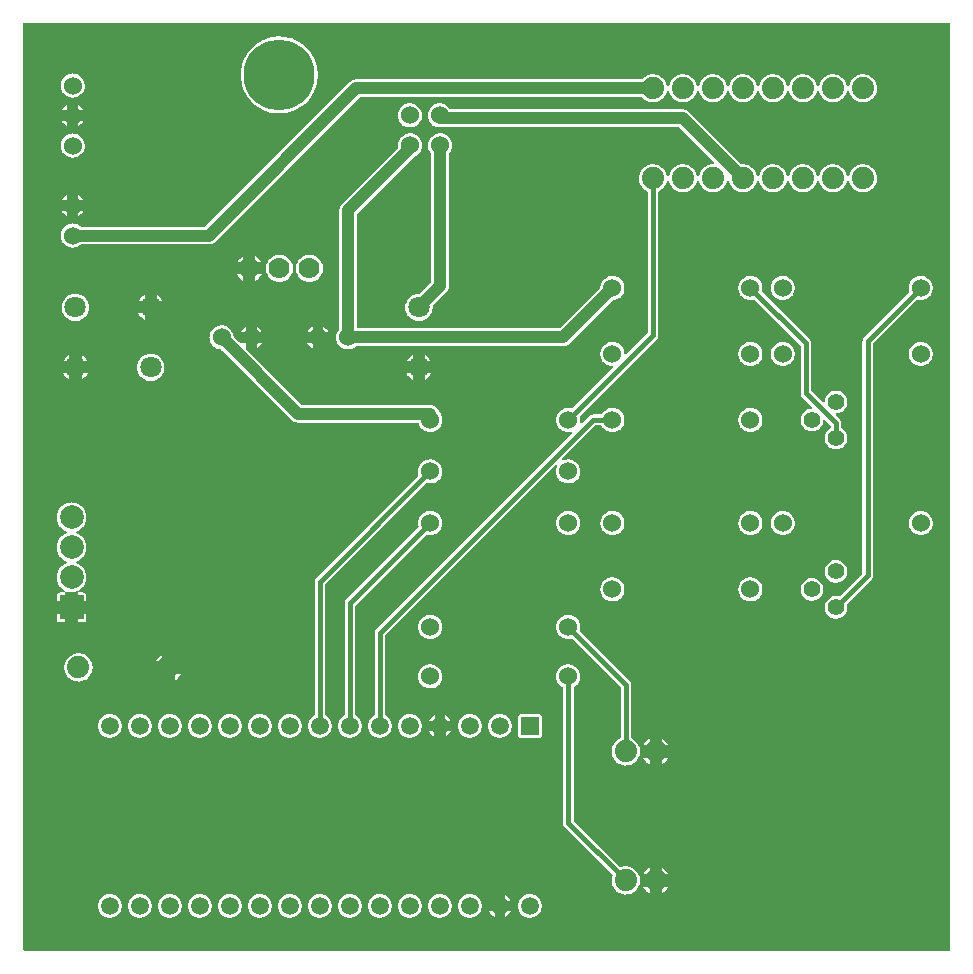
<source format=gtl>
G04 Layer: TopLayer*
G04 EasyEDA v6.5.15, 2022-10-09 16:14:37*
G04 0b1594b3c9ed43a1be065a43cbb3c8b9,5f1b69652c614dc78b77d9171f06c583,10*
G04 Gerber Generator version 0.2*
G04 Scale: 100 percent, Rotated: No, Reflected: No *
G04 Dimensions in millimeters *
G04 leading zeros omitted , absolute positions ,4 integer and 5 decimal *
%FSLAX45Y45*%
%MOMM*%

%ADD10C,1.0000*%
%ADD11C,0.4000*%
%ADD12C,1.8000*%
%ADD13C,1.5240*%
%ADD14C,1.8796*%
%ADD15R,1.5080X1.5080*%
%ADD16C,1.5080*%
%ADD17C,1.4000*%
%ADD18R,2.0000X2.0000*%
%ADD19C,2.0000*%
%ADD20C,1.7780*%
%ADD21C,6.0000*%
%ADD22C,0.0123*%

%LPD*%
G36*
X736092Y1016508D02*
G01*
X732180Y1017269D01*
X728929Y1019505D01*
X726694Y1022756D01*
X725932Y1026668D01*
X725932Y8863838D01*
X726694Y8867749D01*
X728929Y8871000D01*
X732180Y8873236D01*
X736092Y8873998D01*
X8561832Y8873998D01*
X8565743Y8873236D01*
X8568994Y8871000D01*
X8571230Y8867749D01*
X8571992Y8863838D01*
X8571992Y1026668D01*
X8571230Y1022756D01*
X8568994Y1019505D01*
X8565743Y1017269D01*
X8561832Y1016508D01*
G37*

%LPC*%
G36*
X1138072Y8240725D02*
G01*
X1151737Y8240725D01*
X1165250Y8242553D01*
X1178407Y8246160D01*
X1190955Y8251444D01*
X1202690Y8258403D01*
X1213358Y8266887D01*
X1222857Y8276691D01*
X1230934Y8287664D01*
X1237488Y8299602D01*
X1242415Y8312353D01*
X1245565Y8325612D01*
X1246936Y8339175D01*
X1246479Y8352790D01*
X1244193Y8366252D01*
X1240180Y8379256D01*
X1234440Y8391652D01*
X1227074Y8403132D01*
X1218285Y8413546D01*
X1208176Y8422690D01*
X1196898Y8430412D01*
X1184757Y8436559D01*
X1171854Y8441029D01*
X1158494Y8443772D01*
X1144879Y8444687D01*
X1131316Y8443772D01*
X1117904Y8441029D01*
X1105052Y8436559D01*
X1092860Y8430412D01*
X1081633Y8422690D01*
X1071524Y8413546D01*
X1062736Y8403132D01*
X1055370Y8391652D01*
X1049629Y8379256D01*
X1045616Y8366252D01*
X1043330Y8352790D01*
X1042873Y8339175D01*
X1044244Y8325612D01*
X1047394Y8312353D01*
X1052322Y8299602D01*
X1058875Y8287664D01*
X1066952Y8276691D01*
X1076401Y8266887D01*
X1087120Y8258403D01*
X1098854Y8251444D01*
X1111402Y8246160D01*
X1124559Y8242553D01*
G37*
G36*
X1965096Y1295755D02*
G01*
X1978660Y1296212D01*
X1991969Y1298498D01*
X2004923Y1302461D01*
X2017166Y1308201D01*
X2028596Y1315466D01*
X2038908Y1324203D01*
X2048002Y1334211D01*
X2055622Y1345387D01*
X2061768Y1357477D01*
X2066188Y1370228D01*
X2068880Y1383487D01*
X2069795Y1397000D01*
X2068880Y1410512D01*
X2066188Y1423771D01*
X2061768Y1436522D01*
X2055622Y1448612D01*
X2048002Y1459788D01*
X2038908Y1469796D01*
X2028596Y1478534D01*
X2017166Y1485798D01*
X2004923Y1491538D01*
X1991969Y1495501D01*
X1978660Y1497787D01*
X1965096Y1498244D01*
X1951634Y1496872D01*
X1938477Y1493723D01*
X1925878Y1488897D01*
X1913991Y1482394D01*
X1903120Y1474368D01*
X1893366Y1464919D01*
X1884984Y1454302D01*
X1878075Y1442669D01*
X1872843Y1430223D01*
X1869236Y1417167D01*
X1867458Y1403756D01*
X1867458Y1390243D01*
X1869236Y1376832D01*
X1872843Y1363776D01*
X1878075Y1351330D01*
X1884984Y1339697D01*
X1893366Y1329080D01*
X1903120Y1319631D01*
X1913991Y1311605D01*
X1925878Y1305102D01*
X1938477Y1300276D01*
X1951634Y1297127D01*
G37*
G36*
X3997096Y1295755D02*
G01*
X4010660Y1296212D01*
X4023969Y1298498D01*
X4036923Y1302461D01*
X4049166Y1308201D01*
X4060596Y1315466D01*
X4070908Y1324203D01*
X4080001Y1334211D01*
X4087622Y1345387D01*
X4093768Y1357477D01*
X4098188Y1370228D01*
X4100880Y1383487D01*
X4101795Y1397000D01*
X4100880Y1410512D01*
X4098188Y1423771D01*
X4093768Y1436522D01*
X4087622Y1448612D01*
X4080001Y1459788D01*
X4070908Y1469796D01*
X4060596Y1478534D01*
X4049166Y1485798D01*
X4036923Y1491538D01*
X4023969Y1495501D01*
X4010660Y1497787D01*
X3997096Y1498244D01*
X3983634Y1496872D01*
X3970477Y1493723D01*
X3957878Y1488897D01*
X3945991Y1482394D01*
X3935120Y1474368D01*
X3925366Y1464919D01*
X3916984Y1454302D01*
X3910076Y1442669D01*
X3904843Y1430223D01*
X3901236Y1417167D01*
X3899458Y1403756D01*
X3899458Y1390243D01*
X3901236Y1376832D01*
X3904843Y1363776D01*
X3910076Y1351330D01*
X3916984Y1339697D01*
X3925366Y1329080D01*
X3935120Y1319631D01*
X3945991Y1311605D01*
X3957878Y1305102D01*
X3970477Y1300276D01*
X3983634Y1297127D01*
G37*
G36*
X2981096Y1295755D02*
G01*
X2994660Y1296212D01*
X3007969Y1298498D01*
X3020923Y1302461D01*
X3033166Y1308201D01*
X3044596Y1315466D01*
X3054908Y1324203D01*
X3064002Y1334211D01*
X3071622Y1345387D01*
X3077768Y1357477D01*
X3082188Y1370228D01*
X3084880Y1383487D01*
X3085795Y1397000D01*
X3084880Y1410512D01*
X3082188Y1423771D01*
X3077768Y1436522D01*
X3071622Y1448612D01*
X3064002Y1459788D01*
X3054908Y1469796D01*
X3044596Y1478534D01*
X3033166Y1485798D01*
X3020923Y1491538D01*
X3007969Y1495501D01*
X2994660Y1497787D01*
X2981096Y1498244D01*
X2967634Y1496872D01*
X2954477Y1493723D01*
X2941878Y1488897D01*
X2929991Y1482394D01*
X2919120Y1474368D01*
X2909366Y1464919D01*
X2900984Y1454302D01*
X2894076Y1442669D01*
X2888843Y1430223D01*
X2885236Y1417167D01*
X2883458Y1403756D01*
X2883458Y1390243D01*
X2885236Y1376832D01*
X2888843Y1363776D01*
X2894076Y1351330D01*
X2900984Y1339697D01*
X2909366Y1329080D01*
X2919120Y1319631D01*
X2929991Y1311605D01*
X2941878Y1305102D01*
X2954477Y1300276D01*
X2967634Y1297127D01*
G37*
G36*
X3235096Y1295755D02*
G01*
X3248660Y1296212D01*
X3261969Y1298498D01*
X3274923Y1302461D01*
X3287166Y1308201D01*
X3298596Y1315466D01*
X3308908Y1324203D01*
X3318001Y1334211D01*
X3325622Y1345387D01*
X3331768Y1357477D01*
X3336188Y1370228D01*
X3338880Y1383487D01*
X3339795Y1397000D01*
X3338880Y1410512D01*
X3336188Y1423771D01*
X3331768Y1436522D01*
X3325622Y1448612D01*
X3318001Y1459788D01*
X3308908Y1469796D01*
X3298596Y1478534D01*
X3287166Y1485798D01*
X3274923Y1491538D01*
X3261969Y1495501D01*
X3248660Y1497787D01*
X3235096Y1498244D01*
X3221634Y1496872D01*
X3208477Y1493723D01*
X3195878Y1488897D01*
X3183991Y1482394D01*
X3173120Y1474368D01*
X3163366Y1464919D01*
X3154984Y1454302D01*
X3148076Y1442669D01*
X3142843Y1430223D01*
X3139236Y1417167D01*
X3137458Y1403756D01*
X3137458Y1390243D01*
X3139236Y1376832D01*
X3142843Y1363776D01*
X3148076Y1351330D01*
X3154984Y1339697D01*
X3163366Y1329080D01*
X3173120Y1319631D01*
X3183991Y1311605D01*
X3195878Y1305102D01*
X3208477Y1300276D01*
X3221634Y1297127D01*
G37*
G36*
X2219096Y1295755D02*
G01*
X2232660Y1296212D01*
X2245969Y1298498D01*
X2258923Y1302461D01*
X2271166Y1308201D01*
X2282596Y1315466D01*
X2292908Y1324203D01*
X2302002Y1334211D01*
X2309622Y1345387D01*
X2315768Y1357477D01*
X2320188Y1370228D01*
X2322880Y1383487D01*
X2323795Y1397000D01*
X2322880Y1410512D01*
X2320188Y1423771D01*
X2315768Y1436522D01*
X2309622Y1448612D01*
X2302002Y1459788D01*
X2292908Y1469796D01*
X2282596Y1478534D01*
X2271166Y1485798D01*
X2258923Y1491538D01*
X2245969Y1495501D01*
X2232660Y1497787D01*
X2219096Y1498244D01*
X2205634Y1496872D01*
X2192477Y1493723D01*
X2179878Y1488897D01*
X2167991Y1482394D01*
X2157120Y1474368D01*
X2147366Y1464919D01*
X2138984Y1454302D01*
X2132076Y1442669D01*
X2126843Y1430223D01*
X2123236Y1417167D01*
X2121458Y1403756D01*
X2121458Y1390243D01*
X2123236Y1376832D01*
X2126843Y1363776D01*
X2132076Y1351330D01*
X2138984Y1339697D01*
X2147366Y1329080D01*
X2157120Y1319631D01*
X2167991Y1311605D01*
X2179878Y1305102D01*
X2192477Y1300276D01*
X2205634Y1297127D01*
G37*
G36*
X2727096Y1295755D02*
G01*
X2740660Y1296212D01*
X2753969Y1298498D01*
X2766923Y1302461D01*
X2779166Y1308201D01*
X2790596Y1315466D01*
X2800908Y1324203D01*
X2810002Y1334211D01*
X2817622Y1345387D01*
X2823768Y1357477D01*
X2828188Y1370228D01*
X2830880Y1383487D01*
X2831795Y1397000D01*
X2830880Y1410512D01*
X2828188Y1423771D01*
X2823768Y1436522D01*
X2817622Y1448612D01*
X2810002Y1459788D01*
X2800908Y1469796D01*
X2790596Y1478534D01*
X2779166Y1485798D01*
X2766923Y1491538D01*
X2753969Y1495501D01*
X2740660Y1497787D01*
X2727096Y1498244D01*
X2713634Y1496872D01*
X2700477Y1493723D01*
X2687878Y1488897D01*
X2675991Y1482394D01*
X2665120Y1474368D01*
X2655366Y1464919D01*
X2646984Y1454302D01*
X2640076Y1442669D01*
X2634843Y1430223D01*
X2631236Y1417167D01*
X2629458Y1403756D01*
X2629458Y1390243D01*
X2631236Y1376832D01*
X2634843Y1363776D01*
X2640076Y1351330D01*
X2646984Y1339697D01*
X2655366Y1329080D01*
X2665120Y1319631D01*
X2675991Y1311605D01*
X2687878Y1305102D01*
X2700477Y1300276D01*
X2713634Y1297127D01*
G37*
G36*
X4251096Y1295755D02*
G01*
X4264660Y1296212D01*
X4277969Y1298498D01*
X4290923Y1302461D01*
X4303166Y1308201D01*
X4314596Y1315466D01*
X4324908Y1324203D01*
X4334002Y1334211D01*
X4341622Y1345387D01*
X4347768Y1357477D01*
X4352188Y1370228D01*
X4354880Y1383487D01*
X4355795Y1397000D01*
X4354880Y1410512D01*
X4352188Y1423771D01*
X4347768Y1436522D01*
X4341622Y1448612D01*
X4334002Y1459788D01*
X4324908Y1469796D01*
X4314596Y1478534D01*
X4303166Y1485798D01*
X4290923Y1491538D01*
X4277969Y1495501D01*
X4264660Y1497787D01*
X4251096Y1498244D01*
X4237634Y1496872D01*
X4224477Y1493723D01*
X4211878Y1488897D01*
X4199991Y1482394D01*
X4189120Y1474368D01*
X4179366Y1464919D01*
X4170984Y1454302D01*
X4164076Y1442669D01*
X4158843Y1430223D01*
X4155236Y1417167D01*
X4153458Y1403756D01*
X4153458Y1390243D01*
X4155236Y1376832D01*
X4158843Y1363776D01*
X4164076Y1351330D01*
X4170984Y1339697D01*
X4179366Y1329080D01*
X4189120Y1319631D01*
X4199991Y1311605D01*
X4211878Y1305102D01*
X4224477Y1300276D01*
X4237634Y1297127D01*
G37*
G36*
X3743096Y1295755D02*
G01*
X3756660Y1296212D01*
X3769969Y1298498D01*
X3782923Y1302461D01*
X3795166Y1308201D01*
X3806596Y1315466D01*
X3816908Y1324203D01*
X3826001Y1334211D01*
X3833622Y1345387D01*
X3839768Y1357477D01*
X3844188Y1370228D01*
X3846880Y1383487D01*
X3847795Y1397000D01*
X3846880Y1410512D01*
X3844188Y1423771D01*
X3839768Y1436522D01*
X3833622Y1448612D01*
X3826001Y1459788D01*
X3816908Y1469796D01*
X3806596Y1478534D01*
X3795166Y1485798D01*
X3782923Y1491538D01*
X3769969Y1495501D01*
X3756660Y1497787D01*
X3743096Y1498244D01*
X3729634Y1496872D01*
X3716477Y1493723D01*
X3703878Y1488897D01*
X3691991Y1482394D01*
X3681120Y1474368D01*
X3671366Y1464919D01*
X3662984Y1454302D01*
X3656076Y1442669D01*
X3650843Y1430223D01*
X3647236Y1417167D01*
X3645458Y1403756D01*
X3645458Y1390243D01*
X3647236Y1376832D01*
X3650843Y1363776D01*
X3656076Y1351330D01*
X3662984Y1339697D01*
X3671366Y1329080D01*
X3681120Y1319631D01*
X3691991Y1311605D01*
X3703878Y1305102D01*
X3716477Y1300276D01*
X3729634Y1297127D01*
G37*
G36*
X2473096Y1295755D02*
G01*
X2486660Y1296212D01*
X2499969Y1298498D01*
X2512923Y1302461D01*
X2525166Y1308201D01*
X2536596Y1315466D01*
X2546908Y1324203D01*
X2556002Y1334211D01*
X2563622Y1345387D01*
X2569768Y1357477D01*
X2574188Y1370228D01*
X2576880Y1383487D01*
X2577795Y1397000D01*
X2576880Y1410512D01*
X2574188Y1423771D01*
X2569768Y1436522D01*
X2563622Y1448612D01*
X2556002Y1459788D01*
X2546908Y1469796D01*
X2536596Y1478534D01*
X2525166Y1485798D01*
X2512923Y1491538D01*
X2499969Y1495501D01*
X2486660Y1497787D01*
X2473096Y1498244D01*
X2459634Y1496872D01*
X2446477Y1493723D01*
X2433878Y1488897D01*
X2421991Y1482394D01*
X2411120Y1474368D01*
X2401366Y1464919D01*
X2392984Y1454302D01*
X2386076Y1442669D01*
X2380843Y1430223D01*
X2377236Y1417167D01*
X2375458Y1403756D01*
X2375458Y1390243D01*
X2377236Y1376832D01*
X2380843Y1363776D01*
X2386076Y1351330D01*
X2392984Y1339697D01*
X2401366Y1329080D01*
X2411120Y1319631D01*
X2421991Y1311605D01*
X2433878Y1305102D01*
X2446477Y1300276D01*
X2459634Y1297127D01*
G37*
G36*
X3489096Y1295755D02*
G01*
X3502660Y1296212D01*
X3515969Y1298498D01*
X3528923Y1302461D01*
X3541166Y1308201D01*
X3552596Y1315466D01*
X3562908Y1324203D01*
X3572001Y1334211D01*
X3579622Y1345387D01*
X3585768Y1357477D01*
X3590188Y1370228D01*
X3592880Y1383487D01*
X3593795Y1397000D01*
X3592880Y1410512D01*
X3590188Y1423771D01*
X3585768Y1436522D01*
X3579622Y1448612D01*
X3572001Y1459788D01*
X3562908Y1469796D01*
X3552596Y1478534D01*
X3541166Y1485798D01*
X3528923Y1491538D01*
X3515969Y1495501D01*
X3502660Y1497787D01*
X3489096Y1498244D01*
X3475634Y1496872D01*
X3462477Y1493723D01*
X3449878Y1488897D01*
X3437991Y1482394D01*
X3427120Y1474368D01*
X3417366Y1464919D01*
X3408984Y1454302D01*
X3402076Y1442669D01*
X3396843Y1430223D01*
X3393236Y1417167D01*
X3391458Y1403756D01*
X3391458Y1390243D01*
X3393236Y1376832D01*
X3396843Y1363776D01*
X3402076Y1351330D01*
X3408984Y1339697D01*
X3417366Y1329080D01*
X3427120Y1319631D01*
X3437991Y1311605D01*
X3449878Y1305102D01*
X3462477Y1300276D01*
X3475634Y1297127D01*
G37*
G36*
X4505096Y1295755D02*
G01*
X4518660Y1296212D01*
X4531969Y1298498D01*
X4544923Y1302461D01*
X4557166Y1308201D01*
X4568596Y1315466D01*
X4578908Y1324203D01*
X4588002Y1334211D01*
X4595622Y1345387D01*
X4601768Y1357477D01*
X4606188Y1370228D01*
X4608880Y1383487D01*
X4609795Y1397000D01*
X4608880Y1410512D01*
X4606188Y1423771D01*
X4601768Y1436522D01*
X4595622Y1448612D01*
X4588002Y1459788D01*
X4578908Y1469796D01*
X4568596Y1478534D01*
X4557166Y1485798D01*
X4544923Y1491538D01*
X4531969Y1495501D01*
X4518660Y1497787D01*
X4505096Y1498244D01*
X4491634Y1496872D01*
X4478477Y1493723D01*
X4465878Y1488897D01*
X4453991Y1482394D01*
X4443120Y1474368D01*
X4433366Y1464919D01*
X4424984Y1454302D01*
X4418076Y1442669D01*
X4412843Y1430223D01*
X4409236Y1417167D01*
X4407458Y1403756D01*
X4407458Y1390243D01*
X4409236Y1376832D01*
X4412843Y1363776D01*
X4418076Y1351330D01*
X4424984Y1339697D01*
X4433366Y1329080D01*
X4443120Y1319631D01*
X4453991Y1311605D01*
X4465878Y1305102D01*
X4478477Y1300276D01*
X4491634Y1297127D01*
G37*
G36*
X5013096Y1295755D02*
G01*
X5026660Y1296212D01*
X5039969Y1298498D01*
X5052923Y1302461D01*
X5065166Y1308201D01*
X5076596Y1315466D01*
X5086908Y1324203D01*
X5096002Y1334211D01*
X5103622Y1345387D01*
X5109768Y1357477D01*
X5114188Y1370228D01*
X5116880Y1383487D01*
X5117795Y1397000D01*
X5116880Y1410512D01*
X5114188Y1423771D01*
X5109768Y1436522D01*
X5103622Y1448612D01*
X5096002Y1459788D01*
X5086908Y1469796D01*
X5076596Y1478534D01*
X5065166Y1485798D01*
X5052923Y1491538D01*
X5039969Y1495501D01*
X5026660Y1497787D01*
X5013096Y1498244D01*
X4999634Y1496872D01*
X4986477Y1493723D01*
X4973878Y1488897D01*
X4961991Y1482394D01*
X4951120Y1474368D01*
X4941366Y1464919D01*
X4932984Y1454302D01*
X4926076Y1442669D01*
X4920843Y1430223D01*
X4917236Y1417167D01*
X4915458Y1403756D01*
X4915458Y1390243D01*
X4917236Y1376832D01*
X4920843Y1363776D01*
X4926076Y1351330D01*
X4932984Y1339697D01*
X4941366Y1329080D01*
X4951120Y1319631D01*
X4961991Y1311605D01*
X4973878Y1305102D01*
X4986477Y1300276D01*
X4999634Y1297127D01*
G37*
G36*
X4718456Y1305915D02*
G01*
X4718456Y1352956D01*
X4671415Y1352956D01*
X4672076Y1351330D01*
X4678984Y1339697D01*
X4687366Y1329080D01*
X4697120Y1319631D01*
X4707991Y1311605D01*
G37*
G36*
X4806543Y1306017D02*
G01*
X4811166Y1308201D01*
X4822596Y1315466D01*
X4832908Y1324203D01*
X4842002Y1334211D01*
X4849622Y1345387D01*
X4853482Y1352956D01*
X4806543Y1352956D01*
G37*
G36*
X4806543Y1441043D02*
G01*
X4853482Y1441043D01*
X4849622Y1448612D01*
X4842002Y1459788D01*
X4832908Y1469796D01*
X4822596Y1478534D01*
X4811166Y1485798D01*
X4806543Y1487982D01*
G37*
G36*
X4671415Y1441043D02*
G01*
X4718456Y1441043D01*
X4718456Y1488084D01*
X4707991Y1482394D01*
X4697120Y1474368D01*
X4687366Y1464919D01*
X4678984Y1454302D01*
X4672076Y1442669D01*
G37*
G36*
X5825591Y1493062D02*
G01*
X5840374Y1493520D01*
X5854954Y1495806D01*
X5869127Y1499870D01*
X5882741Y1505610D01*
X5895492Y1512976D01*
X5907278Y1521866D01*
X5917895Y1532128D01*
X5927140Y1543659D01*
X5934913Y1556207D01*
X5941060Y1569618D01*
X5945530Y1583639D01*
X5948273Y1598168D01*
X5949188Y1612900D01*
X5948273Y1627632D01*
X5945530Y1642160D01*
X5941060Y1656181D01*
X5934913Y1669592D01*
X5927140Y1682140D01*
X5917895Y1693672D01*
X5907278Y1703933D01*
X5895492Y1712823D01*
X5882741Y1720189D01*
X5869127Y1725930D01*
X5854954Y1729993D01*
X5840374Y1732280D01*
X5825591Y1732686D01*
X5810910Y1731365D01*
X5796483Y1728216D01*
X5789523Y1725726D01*
X5785815Y1725168D01*
X5782106Y1726031D01*
X5779008Y1728114D01*
X5389219Y2117902D01*
X5387035Y2121204D01*
X5386273Y2125065D01*
X5386273Y3243021D01*
X5386832Y3246323D01*
X5388457Y3249269D01*
X5390946Y3251555D01*
X5400903Y3257905D01*
X5411317Y3266694D01*
X5420461Y3276854D01*
X5428183Y3288080D01*
X5434330Y3300222D01*
X5438800Y3313125D01*
X5441543Y3326485D01*
X5442458Y3340100D01*
X5441543Y3353714D01*
X5438800Y3367074D01*
X5434330Y3379978D01*
X5428183Y3392119D01*
X5420461Y3403346D01*
X5411317Y3413506D01*
X5400903Y3422294D01*
X5389422Y3429609D01*
X5377027Y3435350D01*
X5364022Y3439414D01*
X5350560Y3441649D01*
X5336946Y3442106D01*
X5323382Y3440785D01*
X5310124Y3437585D01*
X5297373Y3432708D01*
X5285435Y3426155D01*
X5274462Y3418078D01*
X5264658Y3408578D01*
X5256174Y3397859D01*
X5249214Y3386124D01*
X5243931Y3373577D01*
X5240324Y3360420D01*
X5238496Y3346907D01*
X5238496Y3333292D01*
X5240324Y3319779D01*
X5243931Y3306622D01*
X5249214Y3294075D01*
X5256174Y3282340D01*
X5264658Y3271621D01*
X5274462Y3262122D01*
X5285435Y3254044D01*
X5289143Y3252012D01*
X5291988Y3249726D01*
X5293817Y3246628D01*
X5294426Y3243072D01*
X5294477Y2100072D01*
X5295696Y2091334D01*
X5298389Y2083307D01*
X5302504Y2075942D01*
X5308244Y2069033D01*
X5714034Y1663242D01*
X5716168Y1660042D01*
X5716981Y1656232D01*
X5716320Y1652422D01*
X5715101Y1649222D01*
X5711494Y1634947D01*
X5709666Y1620266D01*
X5709666Y1605534D01*
X5711494Y1590852D01*
X5715101Y1576578D01*
X5720384Y1562811D01*
X5727395Y1549806D01*
X5735929Y1537766D01*
X5745835Y1526844D01*
X5757062Y1517243D01*
X5769356Y1509115D01*
X5782564Y1502511D01*
X5796483Y1497584D01*
X5810910Y1494434D01*
G37*
G36*
X6136640Y1505559D02*
G01*
X6149492Y1512976D01*
X6161278Y1521866D01*
X6171895Y1532128D01*
X6181140Y1543659D01*
X6188913Y1556207D01*
X6190437Y1559560D01*
X6136640Y1559560D01*
G37*
G36*
X6029960Y1505813D02*
G01*
X6029960Y1559560D01*
X5976162Y1559560D01*
X5981395Y1549806D01*
X5989929Y1537766D01*
X5999835Y1526844D01*
X6011062Y1517243D01*
X6023356Y1509115D01*
G37*
G36*
X5976162Y1666239D02*
G01*
X6029960Y1666239D01*
X6029960Y1719986D01*
X6023356Y1716684D01*
X6011062Y1708556D01*
X5999835Y1698955D01*
X5989929Y1688033D01*
X5981395Y1675993D01*
G37*
G36*
X6136640Y1666239D02*
G01*
X6190437Y1666239D01*
X6188913Y1669592D01*
X6181140Y1682140D01*
X6171895Y1693672D01*
X6161278Y1703933D01*
X6149492Y1712823D01*
X6136640Y1720240D01*
G37*
G36*
X5825591Y2585262D02*
G01*
X5840374Y2585720D01*
X5854954Y2588006D01*
X5869127Y2592070D01*
X5882741Y2597810D01*
X5895492Y2605176D01*
X5907278Y2614066D01*
X5917895Y2624328D01*
X5927140Y2635859D01*
X5934913Y2648407D01*
X5941060Y2661818D01*
X5945530Y2675839D01*
X5948273Y2690368D01*
X5949188Y2705100D01*
X5948273Y2719832D01*
X5945530Y2734360D01*
X5941060Y2748381D01*
X5934913Y2761792D01*
X5927140Y2774340D01*
X5917895Y2785872D01*
X5907278Y2796133D01*
X5895492Y2805023D01*
X5878169Y2815183D01*
X5875985Y2818434D01*
X5875223Y2822295D01*
X5875172Y3272028D01*
X5873953Y3280765D01*
X5871260Y3288792D01*
X5867146Y3296158D01*
X5861456Y3303015D01*
X5441543Y3722928D01*
X5439613Y3725621D01*
X5438648Y3728821D01*
X5438800Y3732123D01*
X5441543Y3745585D01*
X5442458Y3759200D01*
X5441543Y3772814D01*
X5438800Y3786174D01*
X5434330Y3799078D01*
X5428183Y3811219D01*
X5420461Y3822446D01*
X5411317Y3832606D01*
X5400903Y3841394D01*
X5389422Y3848709D01*
X5377027Y3854450D01*
X5364022Y3858514D01*
X5350560Y3860749D01*
X5336946Y3861206D01*
X5323382Y3859885D01*
X5310124Y3856685D01*
X5297373Y3851808D01*
X5285435Y3845255D01*
X5274462Y3837178D01*
X5264658Y3827678D01*
X5256174Y3816959D01*
X5249214Y3805224D01*
X5243931Y3792677D01*
X5240324Y3779520D01*
X5238496Y3766007D01*
X5238496Y3752392D01*
X5240324Y3738879D01*
X5243931Y3725722D01*
X5249214Y3713175D01*
X5256174Y3701440D01*
X5264658Y3690721D01*
X5274462Y3681222D01*
X5285435Y3673144D01*
X5297373Y3666591D01*
X5310124Y3661714D01*
X5323382Y3658514D01*
X5336946Y3657193D01*
X5350560Y3657650D01*
X5364022Y3659886D01*
X5366359Y3660597D01*
X5369966Y3661054D01*
X5373522Y3660190D01*
X5376519Y3658108D01*
X5780430Y3254197D01*
X5782614Y3250895D01*
X5783376Y3247034D01*
X5783376Y2822194D01*
X5782716Y2818536D01*
X5780735Y2815336D01*
X5777788Y2813100D01*
X5769356Y2808884D01*
X5757062Y2800756D01*
X5745835Y2791155D01*
X5735929Y2780233D01*
X5727395Y2768193D01*
X5720384Y2755188D01*
X5715050Y2741422D01*
X5711494Y2727147D01*
X5709666Y2712466D01*
X5709666Y2697734D01*
X5711494Y2683052D01*
X5715050Y2668778D01*
X5720384Y2655011D01*
X5727395Y2642006D01*
X5735929Y2629966D01*
X5745835Y2619044D01*
X5757062Y2609443D01*
X5769356Y2601315D01*
X5782564Y2594711D01*
X5796483Y2589784D01*
X5810910Y2586634D01*
G37*
G36*
X6136640Y2597759D02*
G01*
X6149492Y2605176D01*
X6161278Y2614066D01*
X6171895Y2624328D01*
X6181140Y2635859D01*
X6188913Y2648407D01*
X6190437Y2651760D01*
X6136640Y2651760D01*
G37*
G36*
X6029960Y2598013D02*
G01*
X6029960Y2651760D01*
X5976162Y2651760D01*
X5981395Y2642006D01*
X5989929Y2629966D01*
X5999835Y2619044D01*
X6011062Y2609443D01*
X6023356Y2601315D01*
G37*
G36*
X5976162Y2758440D02*
G01*
X6029960Y2758440D01*
X6029960Y2812186D01*
X6023356Y2808884D01*
X6011062Y2800756D01*
X5999835Y2791155D01*
X5989929Y2780233D01*
X5981395Y2768193D01*
G37*
G36*
X6136640Y2758440D02*
G01*
X6190437Y2758440D01*
X6188913Y2761792D01*
X6181140Y2774340D01*
X6171895Y2785872D01*
X6161278Y2796133D01*
X6149492Y2805023D01*
X6136640Y2812440D01*
G37*
G36*
X4941671Y2819704D02*
G01*
X5091328Y2819704D01*
X5097627Y2820416D01*
X5103114Y2822295D01*
X5107990Y2825394D01*
X5112105Y2829509D01*
X5115204Y2834386D01*
X5117084Y2839872D01*
X5117795Y2846171D01*
X5117795Y2995828D01*
X5117084Y3002127D01*
X5115204Y3007614D01*
X5112105Y3012490D01*
X5107990Y3016605D01*
X5103114Y3019704D01*
X5097627Y3021584D01*
X5091328Y3022295D01*
X4941671Y3022295D01*
X4935372Y3021584D01*
X4929886Y3019704D01*
X4925009Y3016605D01*
X4920894Y3012490D01*
X4917795Y3007614D01*
X4915916Y3002127D01*
X4915204Y2995828D01*
X4915204Y2846171D01*
X4915916Y2839872D01*
X4917795Y2834386D01*
X4920894Y2829509D01*
X4925009Y2825394D01*
X4929886Y2822295D01*
X4935372Y2820416D01*
G37*
G36*
X1457096Y2819755D02*
G01*
X1470660Y2820212D01*
X1483969Y2822498D01*
X1496923Y2826461D01*
X1509166Y2832201D01*
X1520596Y2839466D01*
X1530908Y2848203D01*
X1540002Y2858211D01*
X1547622Y2869387D01*
X1553768Y2881477D01*
X1558188Y2894228D01*
X1560880Y2907487D01*
X1561795Y2921000D01*
X1560880Y2934512D01*
X1558188Y2947771D01*
X1553768Y2960522D01*
X1547622Y2972612D01*
X1540002Y2983788D01*
X1530908Y2993796D01*
X1520596Y3002534D01*
X1509166Y3009798D01*
X1496923Y3015538D01*
X1483969Y3019501D01*
X1470660Y3021787D01*
X1457096Y3022244D01*
X1443634Y3020872D01*
X1430477Y3017723D01*
X1417878Y3012897D01*
X1405991Y3006394D01*
X1395120Y2998368D01*
X1385366Y2988919D01*
X1376984Y2978302D01*
X1370076Y2966669D01*
X1364843Y2954223D01*
X1361236Y2941167D01*
X1359458Y2927756D01*
X1359458Y2914243D01*
X1361236Y2900832D01*
X1364843Y2887776D01*
X1370076Y2875330D01*
X1376984Y2863697D01*
X1385366Y2853080D01*
X1395120Y2843631D01*
X1405991Y2835605D01*
X1417878Y2829102D01*
X1430477Y2824276D01*
X1443634Y2821127D01*
G37*
G36*
X1711096Y2819755D02*
G01*
X1724660Y2820212D01*
X1737969Y2822498D01*
X1750923Y2826461D01*
X1763166Y2832201D01*
X1774596Y2839466D01*
X1784908Y2848203D01*
X1794002Y2858211D01*
X1801622Y2869387D01*
X1807768Y2881477D01*
X1812188Y2894228D01*
X1814880Y2907487D01*
X1815795Y2921000D01*
X1814880Y2934512D01*
X1812188Y2947771D01*
X1807768Y2960522D01*
X1801622Y2972612D01*
X1794002Y2983788D01*
X1784908Y2993796D01*
X1774596Y3002534D01*
X1763166Y3009798D01*
X1750923Y3015538D01*
X1737969Y3019501D01*
X1724660Y3021787D01*
X1711096Y3022244D01*
X1697634Y3020872D01*
X1684477Y3017723D01*
X1671878Y3012897D01*
X1659991Y3006394D01*
X1649120Y2998368D01*
X1639366Y2988919D01*
X1630984Y2978302D01*
X1624076Y2966669D01*
X1618843Y2954223D01*
X1615236Y2941167D01*
X1613458Y2927756D01*
X1613458Y2914243D01*
X1615236Y2900832D01*
X1618843Y2887776D01*
X1624076Y2875330D01*
X1630984Y2863697D01*
X1639366Y2853080D01*
X1649120Y2843631D01*
X1659991Y2835605D01*
X1671878Y2829102D01*
X1684477Y2824276D01*
X1697634Y2821127D01*
G37*
G36*
X1965096Y2819755D02*
G01*
X1978660Y2820212D01*
X1991969Y2822498D01*
X2004923Y2826461D01*
X2017166Y2832201D01*
X2028596Y2839466D01*
X2038908Y2848203D01*
X2048002Y2858211D01*
X2055622Y2869387D01*
X2061768Y2881477D01*
X2066188Y2894228D01*
X2068880Y2907487D01*
X2069795Y2921000D01*
X2068880Y2934512D01*
X2066188Y2947771D01*
X2061768Y2960522D01*
X2055622Y2972612D01*
X2048002Y2983788D01*
X2038908Y2993796D01*
X2028596Y3002534D01*
X2017166Y3009798D01*
X2004923Y3015538D01*
X1991969Y3019501D01*
X1978660Y3021787D01*
X1965096Y3022244D01*
X1951634Y3020872D01*
X1938477Y3017723D01*
X1925878Y3012897D01*
X1913991Y3006394D01*
X1903120Y2998368D01*
X1893366Y2988919D01*
X1884984Y2978302D01*
X1878075Y2966669D01*
X1872843Y2954223D01*
X1869236Y2941167D01*
X1867458Y2927756D01*
X1867458Y2914243D01*
X1869236Y2900832D01*
X1872843Y2887776D01*
X1878075Y2875330D01*
X1884984Y2863697D01*
X1893366Y2853080D01*
X1903120Y2843631D01*
X1913991Y2835605D01*
X1925878Y2829102D01*
X1938477Y2824276D01*
X1951634Y2821127D01*
G37*
G36*
X2727096Y2819755D02*
G01*
X2740660Y2820212D01*
X2753969Y2822498D01*
X2766923Y2826461D01*
X2779166Y2832201D01*
X2790596Y2839466D01*
X2800908Y2848203D01*
X2810002Y2858211D01*
X2817622Y2869387D01*
X2823768Y2881477D01*
X2828188Y2894228D01*
X2830880Y2907487D01*
X2831795Y2921000D01*
X2830880Y2934512D01*
X2828188Y2947771D01*
X2823768Y2960522D01*
X2817622Y2972612D01*
X2810002Y2983788D01*
X2800908Y2993796D01*
X2790596Y3002534D01*
X2779166Y3009798D01*
X2766923Y3015538D01*
X2753969Y3019501D01*
X2740660Y3021787D01*
X2727096Y3022244D01*
X2713634Y3020872D01*
X2700477Y3017723D01*
X2687878Y3012897D01*
X2675991Y3006394D01*
X2665120Y2998368D01*
X2655366Y2988919D01*
X2646984Y2978302D01*
X2640076Y2966669D01*
X2634843Y2954223D01*
X2631236Y2941167D01*
X2629458Y2927756D01*
X2629458Y2914243D01*
X2631236Y2900832D01*
X2634843Y2887776D01*
X2640076Y2875330D01*
X2646984Y2863697D01*
X2655366Y2853080D01*
X2665120Y2843631D01*
X2675991Y2835605D01*
X2687878Y2829102D01*
X2700477Y2824276D01*
X2713634Y2821127D01*
G37*
G36*
X2473096Y2819755D02*
G01*
X2486660Y2820212D01*
X2499969Y2822498D01*
X2512923Y2826461D01*
X2525166Y2832201D01*
X2536596Y2839466D01*
X2546908Y2848203D01*
X2556002Y2858211D01*
X2563622Y2869387D01*
X2569768Y2881477D01*
X2574188Y2894228D01*
X2576880Y2907487D01*
X2577795Y2921000D01*
X2576880Y2934512D01*
X2574188Y2947771D01*
X2569768Y2960522D01*
X2563622Y2972612D01*
X2556002Y2983788D01*
X2546908Y2993796D01*
X2536596Y3002534D01*
X2525166Y3009798D01*
X2512923Y3015538D01*
X2499969Y3019501D01*
X2486660Y3021787D01*
X2473096Y3022244D01*
X2459634Y3020872D01*
X2446477Y3017723D01*
X2433878Y3012897D01*
X2421991Y3006394D01*
X2411120Y2998368D01*
X2401366Y2988919D01*
X2392984Y2978302D01*
X2386076Y2966669D01*
X2380843Y2954223D01*
X2377236Y2941167D01*
X2375458Y2927756D01*
X2375458Y2914243D01*
X2377236Y2900832D01*
X2380843Y2887776D01*
X2386076Y2875330D01*
X2392984Y2863697D01*
X2401366Y2853080D01*
X2411120Y2843631D01*
X2421991Y2835605D01*
X2433878Y2829102D01*
X2446477Y2824276D01*
X2459634Y2821127D01*
G37*
G36*
X4505096Y2819755D02*
G01*
X4518660Y2820212D01*
X4531969Y2822498D01*
X4544923Y2826461D01*
X4557166Y2832201D01*
X4568596Y2839466D01*
X4578908Y2848203D01*
X4588002Y2858211D01*
X4595622Y2869387D01*
X4601768Y2881477D01*
X4606188Y2894228D01*
X4608880Y2907487D01*
X4609795Y2921000D01*
X4608880Y2934512D01*
X4606188Y2947771D01*
X4601768Y2960522D01*
X4595622Y2972612D01*
X4588002Y2983788D01*
X4578908Y2993796D01*
X4568596Y3002534D01*
X4557166Y3009798D01*
X4544923Y3015538D01*
X4531969Y3019501D01*
X4518660Y3021787D01*
X4505096Y3022244D01*
X4491634Y3020872D01*
X4478477Y3017723D01*
X4465878Y3012897D01*
X4453991Y3006394D01*
X4443120Y2998368D01*
X4433366Y2988919D01*
X4424984Y2978302D01*
X4418076Y2966669D01*
X4412843Y2954223D01*
X4409236Y2941167D01*
X4407458Y2927756D01*
X4407458Y2914243D01*
X4409236Y2900832D01*
X4412843Y2887776D01*
X4418076Y2875330D01*
X4424984Y2863697D01*
X4433366Y2853080D01*
X4443120Y2843631D01*
X4453991Y2835605D01*
X4465878Y2829102D01*
X4478477Y2824276D01*
X4491634Y2821127D01*
G37*
G36*
X2219096Y2819755D02*
G01*
X2232660Y2820212D01*
X2245969Y2822498D01*
X2258923Y2826461D01*
X2271166Y2832201D01*
X2282596Y2839466D01*
X2292908Y2848203D01*
X2302002Y2858211D01*
X2309622Y2869387D01*
X2315768Y2881477D01*
X2320188Y2894228D01*
X2322880Y2907487D01*
X2323795Y2921000D01*
X2322880Y2934512D01*
X2320188Y2947771D01*
X2315768Y2960522D01*
X2309622Y2972612D01*
X2302002Y2983788D01*
X2292908Y2993796D01*
X2282596Y3002534D01*
X2271166Y3009798D01*
X2258923Y3015538D01*
X2245969Y3019501D01*
X2232660Y3021787D01*
X2219096Y3022244D01*
X2205634Y3020872D01*
X2192477Y3017723D01*
X2179878Y3012897D01*
X2167991Y3006394D01*
X2157120Y2998368D01*
X2147366Y2988919D01*
X2138984Y2978302D01*
X2132076Y2966669D01*
X2126843Y2954223D01*
X2123236Y2941167D01*
X2121458Y2927756D01*
X2121458Y2914243D01*
X2123236Y2900832D01*
X2126843Y2887776D01*
X2132076Y2875330D01*
X2138984Y2863697D01*
X2147366Y2853080D01*
X2157120Y2843631D01*
X2167991Y2835605D01*
X2179878Y2829102D01*
X2192477Y2824276D01*
X2205634Y2821127D01*
G37*
G36*
X4759096Y2819755D02*
G01*
X4772660Y2820212D01*
X4785969Y2822498D01*
X4798923Y2826461D01*
X4811166Y2832201D01*
X4822596Y2839466D01*
X4832908Y2848203D01*
X4842002Y2858211D01*
X4849622Y2869387D01*
X4855768Y2881477D01*
X4860188Y2894228D01*
X4862880Y2907487D01*
X4863795Y2921000D01*
X4862880Y2934512D01*
X4860188Y2947771D01*
X4855768Y2960522D01*
X4849622Y2972612D01*
X4842002Y2983788D01*
X4832908Y2993796D01*
X4822596Y3002534D01*
X4811166Y3009798D01*
X4798923Y3015538D01*
X4785969Y3019501D01*
X4772660Y3021787D01*
X4759096Y3022244D01*
X4745634Y3020872D01*
X4732477Y3017723D01*
X4719878Y3012897D01*
X4707991Y3006394D01*
X4697120Y2998368D01*
X4687366Y2988919D01*
X4678984Y2978302D01*
X4672076Y2966669D01*
X4666843Y2954223D01*
X4663236Y2941167D01*
X4661458Y2927756D01*
X4661458Y2914243D01*
X4663236Y2900832D01*
X4666843Y2887776D01*
X4672076Y2875330D01*
X4678984Y2863697D01*
X4687366Y2853080D01*
X4697120Y2843631D01*
X4707991Y2835605D01*
X4719878Y2829102D01*
X4732477Y2824276D01*
X4745634Y2821127D01*
G37*
G36*
X3997096Y2819755D02*
G01*
X4010660Y2820212D01*
X4023969Y2822498D01*
X4036923Y2826461D01*
X4049166Y2832201D01*
X4060596Y2839466D01*
X4070908Y2848203D01*
X4080001Y2858211D01*
X4087622Y2869387D01*
X4093768Y2881477D01*
X4098188Y2894228D01*
X4100880Y2907487D01*
X4101795Y2921000D01*
X4100880Y2934512D01*
X4098188Y2947771D01*
X4093768Y2960522D01*
X4087622Y2972612D01*
X4080001Y2983788D01*
X4070908Y2993796D01*
X4060596Y3002534D01*
X4049166Y3009798D01*
X4036923Y3015538D01*
X4023969Y3019501D01*
X4010660Y3021787D01*
X3997096Y3022244D01*
X3983634Y3020872D01*
X3970477Y3017723D01*
X3957878Y3012897D01*
X3945991Y3006394D01*
X3935120Y2998368D01*
X3925366Y2988919D01*
X3916984Y2978302D01*
X3910076Y2966669D01*
X3904843Y2954223D01*
X3901236Y2941167D01*
X3899458Y2927756D01*
X3899458Y2914243D01*
X3901236Y2900832D01*
X3904843Y2887776D01*
X3910076Y2875330D01*
X3916984Y2863697D01*
X3925366Y2853080D01*
X3935120Y2843631D01*
X3945991Y2835605D01*
X3957878Y2829102D01*
X3970477Y2824276D01*
X3983634Y2821127D01*
G37*
G36*
X2981096Y2819755D02*
G01*
X2994660Y2820212D01*
X3007969Y2822498D01*
X3020923Y2826461D01*
X3033166Y2832201D01*
X3044596Y2839466D01*
X3054908Y2848203D01*
X3064002Y2858211D01*
X3071622Y2869387D01*
X3077768Y2881477D01*
X3082188Y2894228D01*
X3084880Y2907487D01*
X3085795Y2921000D01*
X3084880Y2934512D01*
X3082188Y2947771D01*
X3077768Y2960522D01*
X3071622Y2972612D01*
X3064002Y2983788D01*
X3054908Y2993796D01*
X3044596Y3002534D01*
X3033166Y3009798D01*
X3020923Y3015538D01*
X3007969Y3019501D01*
X2994660Y3021787D01*
X2981096Y3022244D01*
X2967634Y3020872D01*
X2954477Y3017723D01*
X2941878Y3012897D01*
X2929991Y3006394D01*
X2919120Y2998368D01*
X2909366Y2988919D01*
X2900984Y2978302D01*
X2894076Y2966669D01*
X2888843Y2954223D01*
X2885236Y2941167D01*
X2883458Y2927756D01*
X2883458Y2914243D01*
X2885236Y2900832D01*
X2888843Y2887776D01*
X2894076Y2875330D01*
X2900984Y2863697D01*
X2909366Y2853080D01*
X2919120Y2843631D01*
X2929991Y2835605D01*
X2941878Y2829102D01*
X2954477Y2824276D01*
X2967634Y2821127D01*
G37*
G36*
X3489096Y2819755D02*
G01*
X3502660Y2820212D01*
X3515969Y2822498D01*
X3528923Y2826461D01*
X3541166Y2832201D01*
X3552596Y2839466D01*
X3562908Y2848203D01*
X3572001Y2858211D01*
X3579622Y2869387D01*
X3585768Y2881477D01*
X3590188Y2894228D01*
X3592880Y2907487D01*
X3593795Y2921000D01*
X3592880Y2934512D01*
X3590188Y2947771D01*
X3585768Y2960522D01*
X3579622Y2972612D01*
X3572001Y2983788D01*
X3562908Y2993796D01*
X3552596Y3002534D01*
X3543096Y3008579D01*
X3540607Y3010865D01*
X3538982Y3013811D01*
X3538423Y3017164D01*
X3538423Y3935984D01*
X3539185Y3939895D01*
X3541369Y3943197D01*
X4135831Y4537608D01*
X4138625Y4539589D01*
X4141927Y4540504D01*
X4145330Y4540300D01*
X4154982Y4538014D01*
X4168546Y4536643D01*
X4182160Y4537100D01*
X4195622Y4539386D01*
X4208627Y4543399D01*
X4221022Y4549140D01*
X4232503Y4556506D01*
X4242917Y4565294D01*
X4252061Y4575403D01*
X4259783Y4586630D01*
X4265930Y4598822D01*
X4270400Y4611725D01*
X4273143Y4625086D01*
X4274058Y4638649D01*
X4273143Y4652264D01*
X4270400Y4665624D01*
X4265930Y4678527D01*
X4259783Y4690719D01*
X4252061Y4701946D01*
X4242917Y4712055D01*
X4232503Y4720844D01*
X4221022Y4728210D01*
X4208627Y4733950D01*
X4195622Y4737963D01*
X4182160Y4740249D01*
X4168546Y4740706D01*
X4154982Y4739335D01*
X4141724Y4736185D01*
X4128973Y4731258D01*
X4117035Y4724704D01*
X4106062Y4716627D01*
X4096258Y4707128D01*
X4087774Y4696460D01*
X4080814Y4684725D01*
X4075531Y4672177D01*
X4071924Y4659020D01*
X4070096Y4645507D01*
X4070096Y4631842D01*
X4071924Y4618329D01*
X4073550Y4612436D01*
X4073855Y4608880D01*
X4072940Y4605477D01*
X4070908Y4602581D01*
X3458819Y3990390D01*
X3453485Y3983380D01*
X3449726Y3975811D01*
X3447440Y3967632D01*
X3446576Y3958742D01*
X3446576Y3017113D01*
X3445967Y3013557D01*
X3444138Y3010458D01*
X3441293Y3008172D01*
X3437991Y3006394D01*
X3427120Y2998368D01*
X3417366Y2988919D01*
X3408984Y2978302D01*
X3402076Y2966669D01*
X3396843Y2954223D01*
X3393236Y2941167D01*
X3391458Y2927756D01*
X3391458Y2914243D01*
X3393236Y2900832D01*
X3396843Y2887776D01*
X3402076Y2875330D01*
X3408984Y2863697D01*
X3417366Y2853080D01*
X3427120Y2843631D01*
X3437991Y2835605D01*
X3449878Y2829102D01*
X3462477Y2824276D01*
X3475634Y2821127D01*
G37*
G36*
X3235096Y2819755D02*
G01*
X3248660Y2820212D01*
X3261969Y2822498D01*
X3274923Y2826461D01*
X3287166Y2832201D01*
X3298596Y2839466D01*
X3308908Y2848203D01*
X3318001Y2858211D01*
X3325622Y2869387D01*
X3331768Y2881477D01*
X3336188Y2894228D01*
X3338880Y2907487D01*
X3339795Y2921000D01*
X3338880Y2934512D01*
X3336188Y2947771D01*
X3331768Y2960522D01*
X3325622Y2972612D01*
X3318001Y2983788D01*
X3308908Y2993796D01*
X3298596Y3002534D01*
X3289096Y3008579D01*
X3286607Y3010865D01*
X3284982Y3013811D01*
X3284423Y3017164D01*
X3284423Y4118559D01*
X3285185Y4122470D01*
X3287369Y4125772D01*
X4135780Y4974183D01*
X4138625Y4976164D01*
X4141927Y4977079D01*
X4145330Y4976876D01*
X4154982Y4974590D01*
X4168546Y4973218D01*
X4182160Y4973675D01*
X4195622Y4975910D01*
X4208627Y4979974D01*
X4221022Y4985715D01*
X4232503Y4993030D01*
X4242917Y5001869D01*
X4252061Y5011978D01*
X4259783Y5023205D01*
X4265930Y5035397D01*
X4270400Y5048250D01*
X4273143Y5061610D01*
X4274058Y5075224D01*
X4273143Y5088839D01*
X4270400Y5102199D01*
X4265930Y5115102D01*
X4259783Y5127244D01*
X4252061Y5138521D01*
X4242917Y5148630D01*
X4232503Y5157419D01*
X4221022Y5164785D01*
X4208627Y5170525D01*
X4195622Y5174538D01*
X4182160Y5176824D01*
X4168546Y5177282D01*
X4154982Y5175910D01*
X4141724Y5172760D01*
X4128973Y5167833D01*
X4117035Y5161280D01*
X4106062Y5153202D01*
X4096258Y5143703D01*
X4087774Y5133035D01*
X4080814Y5121300D01*
X4075531Y5108702D01*
X4071924Y5095595D01*
X4070096Y5082032D01*
X4070096Y5068417D01*
X4071924Y5054904D01*
X4073550Y5049012D01*
X4073855Y5045456D01*
X4072940Y5042052D01*
X4070908Y5039106D01*
X3204819Y4172965D01*
X3199485Y4165955D01*
X3195726Y4158386D01*
X3193440Y4150207D01*
X3192576Y4141317D01*
X3192576Y3017113D01*
X3191967Y3013557D01*
X3190138Y3010458D01*
X3187293Y3008172D01*
X3183991Y3006394D01*
X3173120Y2998368D01*
X3163366Y2988919D01*
X3154984Y2978302D01*
X3148076Y2966669D01*
X3142843Y2954223D01*
X3139236Y2941167D01*
X3137458Y2927756D01*
X3137458Y2914243D01*
X3139236Y2900832D01*
X3142843Y2887776D01*
X3148076Y2875330D01*
X3154984Y2863697D01*
X3163366Y2853080D01*
X3173120Y2843631D01*
X3183991Y2835605D01*
X3195878Y2829102D01*
X3208477Y2824276D01*
X3221634Y2821127D01*
G37*
G36*
X3743096Y2819755D02*
G01*
X3756660Y2820212D01*
X3769969Y2822498D01*
X3782923Y2826461D01*
X3795166Y2832201D01*
X3806596Y2839466D01*
X3816908Y2848203D01*
X3826001Y2858211D01*
X3833622Y2869387D01*
X3839768Y2881477D01*
X3844188Y2894228D01*
X3846880Y2907487D01*
X3847795Y2921000D01*
X3846880Y2934512D01*
X3844188Y2947771D01*
X3839768Y2960522D01*
X3833622Y2972612D01*
X3826001Y2983788D01*
X3816908Y2993796D01*
X3806596Y3002534D01*
X3797096Y3008579D01*
X3794607Y3010865D01*
X3792982Y3013811D01*
X3792423Y3017164D01*
X3792423Y3685184D01*
X3793185Y3689045D01*
X3795369Y3692347D01*
X5230672Y5127650D01*
X5233974Y5129834D01*
X5237886Y5130647D01*
X5241798Y5129834D01*
X5245049Y5127599D01*
X5247284Y5124297D01*
X5247995Y5120386D01*
X5247233Y5116474D01*
X5243931Y5108702D01*
X5240324Y5095595D01*
X5238496Y5082032D01*
X5238496Y5068417D01*
X5240324Y5054904D01*
X5243931Y5041747D01*
X5249214Y5029200D01*
X5256174Y5017465D01*
X5264658Y5006746D01*
X5274462Y4997297D01*
X5285435Y4989169D01*
X5297373Y4982616D01*
X5310124Y4977739D01*
X5323382Y4974590D01*
X5336946Y4973218D01*
X5350560Y4973675D01*
X5364022Y4975910D01*
X5377027Y4979974D01*
X5389422Y4985715D01*
X5400903Y4993030D01*
X5411317Y5001869D01*
X5420461Y5011978D01*
X5428183Y5023205D01*
X5434330Y5035397D01*
X5438800Y5048250D01*
X5441543Y5061610D01*
X5442458Y5075224D01*
X5441543Y5088839D01*
X5438800Y5102199D01*
X5434330Y5115102D01*
X5428183Y5127244D01*
X5420461Y5138521D01*
X5411317Y5148630D01*
X5400903Y5157419D01*
X5389422Y5164785D01*
X5377027Y5170525D01*
X5364022Y5174538D01*
X5350560Y5176824D01*
X5336946Y5177282D01*
X5323382Y5175910D01*
X5310124Y5172760D01*
X5298998Y5168442D01*
X5295087Y5167782D01*
X5291277Y5168595D01*
X5288026Y5170830D01*
X5285892Y5174132D01*
X5285181Y5177993D01*
X5285943Y5181854D01*
X5288127Y5185105D01*
X5565952Y5462930D01*
X5569254Y5465114D01*
X5573115Y5465876D01*
X5618022Y5465876D01*
X5621477Y5465267D01*
X5624474Y5463540D01*
X5626760Y5460898D01*
X5630824Y5454040D01*
X5639308Y5443321D01*
X5649112Y5433822D01*
X5660085Y5425744D01*
X5672023Y5419191D01*
X5684774Y5414314D01*
X5698032Y5411114D01*
X5711596Y5409793D01*
X5725210Y5410250D01*
X5738672Y5412486D01*
X5751677Y5416550D01*
X5764072Y5422290D01*
X5775553Y5429605D01*
X5785967Y5438394D01*
X5795111Y5448554D01*
X5802833Y5459780D01*
X5808980Y5471922D01*
X5813450Y5484825D01*
X5816193Y5498185D01*
X5817108Y5511800D01*
X5816193Y5525414D01*
X5813450Y5538774D01*
X5808980Y5551678D01*
X5802833Y5563819D01*
X5795111Y5575046D01*
X5785967Y5585206D01*
X5775553Y5593994D01*
X5764072Y5601309D01*
X5751677Y5607050D01*
X5738672Y5611114D01*
X5725210Y5613349D01*
X5711596Y5613806D01*
X5698032Y5612485D01*
X5684774Y5609285D01*
X5672023Y5604408D01*
X5660085Y5597855D01*
X5649112Y5589778D01*
X5639308Y5580278D01*
X5630824Y5569559D01*
X5626760Y5562701D01*
X5624474Y5560060D01*
X5621477Y5558332D01*
X5618022Y5557723D01*
X5548122Y5557672D01*
X5539384Y5556453D01*
X5531358Y5553760D01*
X5523992Y5549646D01*
X5517083Y5543905D01*
X5457748Y5484571D01*
X5454142Y5482285D01*
X5449925Y5481624D01*
X5445760Y5482844D01*
X5442508Y5485638D01*
X5440680Y5489498D01*
X5440629Y5493816D01*
X5441543Y5498185D01*
X5442458Y5511800D01*
X5441543Y5525414D01*
X5438800Y5538876D01*
X5438648Y5542178D01*
X5439613Y5545378D01*
X5441543Y5548071D01*
X6091580Y6198158D01*
X6096914Y6205220D01*
X6100673Y6212789D01*
X6102959Y6220917D01*
X6103823Y6229807D01*
X6103823Y7439253D01*
X6104432Y7442860D01*
X6106312Y7445959D01*
X6109157Y7448245D01*
X6120993Y7454595D01*
X6133033Y7463129D01*
X6143955Y7473035D01*
X6153556Y7484262D01*
X6161684Y7496556D01*
X6168288Y7509764D01*
X6173216Y7523683D01*
X6174994Y7531811D01*
X6176518Y7535418D01*
X6179312Y7538161D01*
X6182969Y7539634D01*
X6186830Y7539634D01*
X6190488Y7538161D01*
X6193282Y7535418D01*
X6194806Y7531811D01*
X6196584Y7523683D01*
X6201511Y7509764D01*
X6208115Y7496556D01*
X6216243Y7484262D01*
X6225844Y7473035D01*
X6236766Y7463129D01*
X6248806Y7454595D01*
X6261811Y7447584D01*
X6275578Y7442250D01*
X6289852Y7438694D01*
X6304534Y7436866D01*
X6319266Y7436866D01*
X6333947Y7438694D01*
X6348222Y7442250D01*
X6361988Y7447584D01*
X6374993Y7454595D01*
X6387033Y7463129D01*
X6397955Y7473035D01*
X6407556Y7484262D01*
X6415684Y7496556D01*
X6422288Y7509764D01*
X6427216Y7523683D01*
X6428994Y7531811D01*
X6430518Y7535418D01*
X6433312Y7538161D01*
X6436969Y7539634D01*
X6440830Y7539634D01*
X6444488Y7538161D01*
X6447282Y7535418D01*
X6448806Y7531811D01*
X6450584Y7523683D01*
X6455511Y7509764D01*
X6462115Y7496556D01*
X6470243Y7484262D01*
X6479844Y7473035D01*
X6490766Y7463129D01*
X6502806Y7454595D01*
X6515811Y7447584D01*
X6529578Y7442250D01*
X6543852Y7438694D01*
X6558534Y7436866D01*
X6573266Y7436866D01*
X6587947Y7438694D01*
X6602222Y7442250D01*
X6615988Y7447584D01*
X6628993Y7454595D01*
X6641033Y7463129D01*
X6651955Y7473035D01*
X6661556Y7484262D01*
X6669684Y7496556D01*
X6676288Y7509764D01*
X6681216Y7523683D01*
X6682994Y7531811D01*
X6684518Y7535418D01*
X6687312Y7538161D01*
X6690969Y7539634D01*
X6694830Y7539634D01*
X6698488Y7538161D01*
X6701281Y7535418D01*
X6702806Y7531811D01*
X6704584Y7523683D01*
X6709511Y7509764D01*
X6716115Y7496556D01*
X6724243Y7484262D01*
X6733844Y7473035D01*
X6744766Y7463129D01*
X6756806Y7454595D01*
X6769811Y7447584D01*
X6783578Y7442250D01*
X6797852Y7438694D01*
X6812534Y7436866D01*
X6827266Y7436866D01*
X6841947Y7438694D01*
X6856222Y7442250D01*
X6869988Y7447584D01*
X6882993Y7454595D01*
X6895033Y7463129D01*
X6905955Y7473035D01*
X6915556Y7484262D01*
X6923684Y7496556D01*
X6930288Y7509764D01*
X6935216Y7523683D01*
X6936994Y7531811D01*
X6938518Y7535418D01*
X6941312Y7538161D01*
X6944969Y7539634D01*
X6948830Y7539634D01*
X6952488Y7538161D01*
X6955281Y7535418D01*
X6956806Y7531811D01*
X6958584Y7523683D01*
X6963511Y7509764D01*
X6970115Y7496556D01*
X6978243Y7484262D01*
X6987844Y7473035D01*
X6998766Y7463129D01*
X7010806Y7454595D01*
X7023811Y7447584D01*
X7037578Y7442250D01*
X7051852Y7438694D01*
X7066534Y7436866D01*
X7081266Y7436866D01*
X7095947Y7438694D01*
X7110222Y7442250D01*
X7123988Y7447584D01*
X7136993Y7454595D01*
X7149033Y7463129D01*
X7159955Y7473035D01*
X7169556Y7484262D01*
X7177684Y7496556D01*
X7184288Y7509764D01*
X7189216Y7523683D01*
X7190994Y7531811D01*
X7192518Y7535418D01*
X7195312Y7538161D01*
X7198969Y7539634D01*
X7202830Y7539634D01*
X7206488Y7538161D01*
X7209281Y7535418D01*
X7210806Y7531811D01*
X7212584Y7523683D01*
X7217511Y7509764D01*
X7224115Y7496556D01*
X7232243Y7484262D01*
X7241844Y7473035D01*
X7252766Y7463129D01*
X7264806Y7454595D01*
X7277811Y7447584D01*
X7291578Y7442250D01*
X7305852Y7438694D01*
X7320534Y7436866D01*
X7335266Y7436866D01*
X7349947Y7438694D01*
X7364222Y7442250D01*
X7377988Y7447584D01*
X7390993Y7454595D01*
X7403033Y7463129D01*
X7413955Y7473035D01*
X7423556Y7484262D01*
X7431684Y7496556D01*
X7438288Y7509764D01*
X7443216Y7523683D01*
X7444994Y7531811D01*
X7446518Y7535418D01*
X7449312Y7538161D01*
X7452969Y7539634D01*
X7456830Y7539634D01*
X7460488Y7538161D01*
X7463281Y7535418D01*
X7464806Y7531811D01*
X7466584Y7523683D01*
X7471511Y7509764D01*
X7478115Y7496556D01*
X7486243Y7484262D01*
X7495844Y7473035D01*
X7506766Y7463129D01*
X7518806Y7454595D01*
X7531811Y7447584D01*
X7545578Y7442250D01*
X7559852Y7438694D01*
X7574534Y7436866D01*
X7589266Y7436866D01*
X7603947Y7438694D01*
X7618222Y7442250D01*
X7631988Y7447584D01*
X7644993Y7454595D01*
X7657033Y7463129D01*
X7667955Y7473035D01*
X7677556Y7484262D01*
X7685684Y7496556D01*
X7692288Y7509764D01*
X7697216Y7523683D01*
X7698994Y7531811D01*
X7700518Y7535418D01*
X7703312Y7538161D01*
X7706969Y7539634D01*
X7710830Y7539634D01*
X7714488Y7538161D01*
X7717281Y7535418D01*
X7718806Y7531811D01*
X7720584Y7523683D01*
X7725511Y7509764D01*
X7732115Y7496556D01*
X7740243Y7484262D01*
X7749844Y7473035D01*
X7760766Y7463129D01*
X7772806Y7454595D01*
X7785811Y7447584D01*
X7799578Y7442250D01*
X7813852Y7438694D01*
X7828534Y7436866D01*
X7843266Y7436866D01*
X7857947Y7438694D01*
X7872222Y7442250D01*
X7885988Y7447584D01*
X7898993Y7454595D01*
X7911033Y7463129D01*
X7921955Y7473035D01*
X7931556Y7484262D01*
X7939684Y7496556D01*
X7946288Y7509764D01*
X7951216Y7523683D01*
X7954365Y7538110D01*
X7955737Y7552791D01*
X7955280Y7567574D01*
X7952994Y7582153D01*
X7948930Y7596327D01*
X7943189Y7609941D01*
X7935823Y7622692D01*
X7926933Y7634478D01*
X7916672Y7645095D01*
X7905140Y7654340D01*
X7892592Y7662113D01*
X7879181Y7668259D01*
X7865160Y7672730D01*
X7850631Y7675473D01*
X7835900Y7676388D01*
X7821168Y7675473D01*
X7806639Y7672730D01*
X7792618Y7668259D01*
X7779207Y7662113D01*
X7766659Y7654340D01*
X7755128Y7645095D01*
X7744866Y7634478D01*
X7735976Y7622692D01*
X7728610Y7609941D01*
X7722870Y7596327D01*
X7718653Y7581696D01*
X7716621Y7577836D01*
X7713167Y7575245D01*
X7708900Y7574280D01*
X7704632Y7575245D01*
X7701178Y7577836D01*
X7699146Y7581696D01*
X7694930Y7596327D01*
X7689189Y7609941D01*
X7681823Y7622692D01*
X7672933Y7634478D01*
X7662672Y7645095D01*
X7651140Y7654340D01*
X7638592Y7662113D01*
X7625181Y7668259D01*
X7611160Y7672730D01*
X7596631Y7675473D01*
X7581900Y7676388D01*
X7567168Y7675473D01*
X7552639Y7672730D01*
X7538618Y7668259D01*
X7525207Y7662113D01*
X7512659Y7654340D01*
X7501128Y7645095D01*
X7490866Y7634478D01*
X7481976Y7622692D01*
X7474610Y7609941D01*
X7468870Y7596327D01*
X7464653Y7581696D01*
X7462621Y7577836D01*
X7459167Y7575245D01*
X7454900Y7574280D01*
X7450632Y7575245D01*
X7447178Y7577836D01*
X7445146Y7581696D01*
X7440930Y7596327D01*
X7435189Y7609941D01*
X7427823Y7622692D01*
X7418933Y7634478D01*
X7408672Y7645095D01*
X7397140Y7654340D01*
X7384592Y7662113D01*
X7371181Y7668259D01*
X7357160Y7672730D01*
X7342631Y7675473D01*
X7327900Y7676388D01*
X7313168Y7675473D01*
X7298639Y7672730D01*
X7284618Y7668259D01*
X7271207Y7662113D01*
X7258659Y7654340D01*
X7247128Y7645095D01*
X7236866Y7634478D01*
X7227976Y7622692D01*
X7220610Y7609941D01*
X7214870Y7596327D01*
X7210653Y7581696D01*
X7208621Y7577836D01*
X7205167Y7575245D01*
X7200900Y7574280D01*
X7196632Y7575245D01*
X7193178Y7577836D01*
X7191146Y7581696D01*
X7186930Y7596327D01*
X7181189Y7609941D01*
X7173823Y7622692D01*
X7164933Y7634478D01*
X7154672Y7645095D01*
X7143140Y7654340D01*
X7130592Y7662113D01*
X7117181Y7668259D01*
X7103160Y7672730D01*
X7088631Y7675473D01*
X7073900Y7676388D01*
X7059168Y7675473D01*
X7044639Y7672730D01*
X7030618Y7668259D01*
X7017207Y7662113D01*
X7004659Y7654340D01*
X6993128Y7645095D01*
X6982866Y7634478D01*
X6973976Y7622692D01*
X6966610Y7609941D01*
X6960870Y7596327D01*
X6956653Y7581696D01*
X6954621Y7577836D01*
X6951167Y7575245D01*
X6946900Y7574280D01*
X6942632Y7575245D01*
X6939178Y7577836D01*
X6937146Y7581696D01*
X6932930Y7596327D01*
X6927189Y7609941D01*
X6919823Y7622692D01*
X6910933Y7634478D01*
X6900672Y7645095D01*
X6889140Y7654340D01*
X6876592Y7662113D01*
X6863181Y7668259D01*
X6849160Y7672730D01*
X6834631Y7675473D01*
X6819900Y7676388D01*
X6812686Y7675930D01*
X6808470Y7676540D01*
X6804863Y7678877D01*
X6363665Y8120024D01*
X6354826Y8127085D01*
X6347206Y8131708D01*
X6345021Y8132825D01*
X6336792Y8136229D01*
X6334455Y8136991D01*
X6325819Y8139125D01*
X6323380Y8139531D01*
X6314541Y8140344D01*
X4348734Y8140395D01*
X4345482Y8140953D01*
X4342587Y8142478D01*
X4340352Y8144814D01*
X4334611Y8153146D01*
X4325467Y8163306D01*
X4315053Y8172094D01*
X4303572Y8179409D01*
X4291177Y8185150D01*
X4278172Y8189214D01*
X4264710Y8191449D01*
X4251096Y8191906D01*
X4237532Y8190585D01*
X4224274Y8187385D01*
X4211523Y8182508D01*
X4199585Y8175955D01*
X4188612Y8167878D01*
X4178808Y8158378D01*
X4170324Y8147659D01*
X4163364Y8135924D01*
X4158081Y8123377D01*
X4154474Y8110220D01*
X4152646Y8096707D01*
X4152646Y8083092D01*
X4154474Y8069580D01*
X4158081Y8056422D01*
X4163364Y8043875D01*
X4170324Y8032140D01*
X4178808Y8021421D01*
X4188612Y8011922D01*
X4199585Y8003844D01*
X4211523Y7997291D01*
X4224274Y7992414D01*
X4237532Y7989214D01*
X4251096Y7987893D01*
X4264710Y7988350D01*
X4267149Y7988604D01*
X6276238Y7988604D01*
X6280150Y7987842D01*
X6283452Y7985607D01*
X6575450Y7693609D01*
X6577685Y7690205D01*
X6578447Y7686192D01*
X6577533Y7682230D01*
X6575145Y7678928D01*
X6571691Y7676845D01*
X6567678Y7676235D01*
X6565900Y7676388D01*
X6551168Y7675473D01*
X6536639Y7672730D01*
X6522618Y7668259D01*
X6509207Y7662113D01*
X6496659Y7654340D01*
X6485128Y7645095D01*
X6474866Y7634478D01*
X6465976Y7622692D01*
X6458610Y7609941D01*
X6452870Y7596327D01*
X6448653Y7581696D01*
X6446621Y7577836D01*
X6443167Y7575245D01*
X6438900Y7574280D01*
X6434632Y7575245D01*
X6431178Y7577836D01*
X6429146Y7581696D01*
X6424930Y7596327D01*
X6419189Y7609941D01*
X6411823Y7622692D01*
X6402933Y7634478D01*
X6392672Y7645095D01*
X6381140Y7654340D01*
X6368592Y7662113D01*
X6355181Y7668259D01*
X6341160Y7672730D01*
X6326632Y7675473D01*
X6311900Y7676388D01*
X6297168Y7675473D01*
X6282639Y7672730D01*
X6268618Y7668259D01*
X6255207Y7662113D01*
X6242659Y7654340D01*
X6231128Y7645095D01*
X6220866Y7634478D01*
X6211976Y7622692D01*
X6204610Y7609941D01*
X6198870Y7596327D01*
X6194653Y7581696D01*
X6192621Y7577836D01*
X6189167Y7575245D01*
X6184900Y7574280D01*
X6180632Y7575245D01*
X6177178Y7577836D01*
X6175146Y7581696D01*
X6170930Y7596327D01*
X6165189Y7609941D01*
X6157823Y7622692D01*
X6148933Y7634478D01*
X6138672Y7645095D01*
X6127140Y7654340D01*
X6114592Y7662113D01*
X6101181Y7668259D01*
X6087160Y7672730D01*
X6072632Y7675473D01*
X6057900Y7676388D01*
X6043168Y7675473D01*
X6028639Y7672730D01*
X6014618Y7668259D01*
X6001207Y7662113D01*
X5988659Y7654340D01*
X5977128Y7645095D01*
X5966866Y7634478D01*
X5957976Y7622692D01*
X5950610Y7609941D01*
X5944870Y7596327D01*
X5940806Y7582153D01*
X5938520Y7567574D01*
X5938113Y7552791D01*
X5939434Y7538110D01*
X5942584Y7523683D01*
X5947511Y7509764D01*
X5954115Y7496556D01*
X5962243Y7484262D01*
X5971844Y7473035D01*
X5982766Y7463129D01*
X5994806Y7454595D01*
X6006642Y7448245D01*
X6009487Y7445959D01*
X6011367Y7442860D01*
X6011976Y7439253D01*
X6011976Y6252565D01*
X6011214Y6248704D01*
X6009030Y6245402D01*
X5833973Y6070346D01*
X5830773Y6068212D01*
X5827014Y6067399D01*
X5823254Y6068009D01*
X5819952Y6070041D01*
X5817666Y6073140D01*
X5816650Y6076848D01*
X5816193Y6084214D01*
X5813450Y6097574D01*
X5808980Y6110478D01*
X5802833Y6122619D01*
X5795111Y6133846D01*
X5785967Y6144006D01*
X5775553Y6152794D01*
X5764072Y6160109D01*
X5751677Y6165850D01*
X5738672Y6169914D01*
X5725210Y6172149D01*
X5711596Y6172606D01*
X5698032Y6171285D01*
X5684774Y6168085D01*
X5672023Y6163208D01*
X5660085Y6156655D01*
X5649112Y6148578D01*
X5639308Y6139078D01*
X5630824Y6128359D01*
X5623864Y6116624D01*
X5618581Y6104077D01*
X5614974Y6090920D01*
X5613146Y6077407D01*
X5613146Y6063792D01*
X5614974Y6050280D01*
X5618581Y6037122D01*
X5623864Y6024575D01*
X5630824Y6012840D01*
X5639308Y6002121D01*
X5649112Y5992622D01*
X5660085Y5984544D01*
X5672023Y5977991D01*
X5684774Y5973114D01*
X5698032Y5969914D01*
X5709005Y5968847D01*
X5712663Y5967730D01*
X5715609Y5965393D01*
X5717540Y5962142D01*
X5718149Y5958382D01*
X5717286Y5954674D01*
X5715152Y5951524D01*
X5376519Y5612892D01*
X5373522Y5610809D01*
X5369966Y5609945D01*
X5366359Y5610402D01*
X5364022Y5611114D01*
X5350560Y5613349D01*
X5336946Y5613806D01*
X5323382Y5612485D01*
X5310124Y5609285D01*
X5297373Y5604408D01*
X5285435Y5597855D01*
X5274462Y5589778D01*
X5264658Y5580278D01*
X5256174Y5569559D01*
X5249214Y5557824D01*
X5243931Y5545277D01*
X5240324Y5532120D01*
X5238496Y5518607D01*
X5238496Y5504992D01*
X5240324Y5491480D01*
X5243931Y5478322D01*
X5249214Y5465775D01*
X5256174Y5454040D01*
X5264658Y5443321D01*
X5274462Y5433822D01*
X5285435Y5425744D01*
X5297373Y5419191D01*
X5310124Y5414314D01*
X5323382Y5411114D01*
X5336946Y5409793D01*
X5350560Y5410250D01*
X5358688Y5411622D01*
X5362956Y5411419D01*
X5366715Y5409539D01*
X5369407Y5406237D01*
X5370525Y5402122D01*
X5369864Y5397957D01*
X5367578Y5394401D01*
X3712819Y3739591D01*
X3707485Y3732529D01*
X3703726Y3724960D01*
X3701440Y3716832D01*
X3700576Y3707942D01*
X3700576Y3017113D01*
X3699967Y3013557D01*
X3698138Y3010458D01*
X3695293Y3008172D01*
X3691991Y3006394D01*
X3681120Y2998368D01*
X3671366Y2988919D01*
X3662984Y2978302D01*
X3656076Y2966669D01*
X3650843Y2954223D01*
X3647236Y2941167D01*
X3645458Y2927756D01*
X3645458Y2914243D01*
X3647236Y2900832D01*
X3650843Y2887776D01*
X3656076Y2875330D01*
X3662984Y2863697D01*
X3671366Y2853080D01*
X3681120Y2843631D01*
X3691991Y2835605D01*
X3703878Y2829102D01*
X3716477Y2824276D01*
X3729634Y2821127D01*
G37*
G36*
X4210456Y2829915D02*
G01*
X4210456Y2876956D01*
X4163415Y2876956D01*
X4164076Y2875330D01*
X4170984Y2863697D01*
X4179366Y2853080D01*
X4189120Y2843631D01*
X4199991Y2835605D01*
G37*
G36*
X4298543Y2830017D02*
G01*
X4303166Y2832201D01*
X4314596Y2839466D01*
X4324908Y2848203D01*
X4334002Y2858211D01*
X4341622Y2869387D01*
X4345482Y2876956D01*
X4298543Y2876956D01*
G37*
G36*
X4298543Y2965043D02*
G01*
X4345482Y2965043D01*
X4341622Y2972612D01*
X4334002Y2983788D01*
X4324908Y2993796D01*
X4314596Y3002534D01*
X4303166Y3009798D01*
X4298543Y3011982D01*
G37*
G36*
X4163415Y2965043D02*
G01*
X4210456Y2965043D01*
X4210456Y3012084D01*
X4199991Y3006394D01*
X4189120Y2998368D01*
X4179366Y2988919D01*
X4170984Y2978302D01*
X4164076Y2966669D01*
G37*
G36*
X4168546Y3238093D02*
G01*
X4182160Y3238550D01*
X4195622Y3240786D01*
X4208627Y3244850D01*
X4221022Y3250590D01*
X4232503Y3257905D01*
X4242917Y3266694D01*
X4252061Y3276854D01*
X4259783Y3288080D01*
X4265930Y3300222D01*
X4270400Y3313125D01*
X4273143Y3326485D01*
X4274058Y3340100D01*
X4273143Y3353714D01*
X4270400Y3367074D01*
X4265930Y3379978D01*
X4259783Y3392119D01*
X4252061Y3403346D01*
X4242917Y3413506D01*
X4232503Y3422294D01*
X4221022Y3429609D01*
X4208627Y3435350D01*
X4195622Y3439414D01*
X4182160Y3441649D01*
X4168546Y3442106D01*
X4154982Y3440785D01*
X4141724Y3437585D01*
X4128973Y3432708D01*
X4117035Y3426155D01*
X4106062Y3418078D01*
X4096258Y3408578D01*
X4087774Y3397859D01*
X4080814Y3386124D01*
X4075531Y3373577D01*
X4071924Y3360420D01*
X4070096Y3346907D01*
X4070096Y3333292D01*
X4071924Y3319779D01*
X4075531Y3306622D01*
X4080814Y3294075D01*
X4087774Y3282340D01*
X4096258Y3271621D01*
X4106062Y3262122D01*
X4117035Y3254044D01*
X4128973Y3247491D01*
X4141724Y3242614D01*
X4154982Y3239414D01*
G37*
G36*
X1197508Y3296462D02*
G01*
X1212189Y3297834D01*
X1226616Y3300984D01*
X1240536Y3305911D01*
X1253744Y3312515D01*
X1266037Y3320643D01*
X1277264Y3330244D01*
X1287170Y3341166D01*
X1295704Y3353206D01*
X1302715Y3366211D01*
X1308049Y3379978D01*
X1311605Y3394252D01*
X1313434Y3408934D01*
X1313434Y3423665D01*
X1311605Y3438347D01*
X1308049Y3452622D01*
X1302715Y3466388D01*
X1295704Y3479393D01*
X1287170Y3491433D01*
X1277264Y3502355D01*
X1266037Y3511956D01*
X1253744Y3520084D01*
X1240536Y3526688D01*
X1226616Y3531615D01*
X1212189Y3534765D01*
X1197508Y3536086D01*
X1182725Y3535679D01*
X1168146Y3533394D01*
X1153972Y3529329D01*
X1140358Y3523589D01*
X1127607Y3516223D01*
X1115822Y3507333D01*
X1105204Y3497072D01*
X1095959Y3485540D01*
X1088186Y3472992D01*
X1082040Y3459581D01*
X1077569Y3445560D01*
X1074826Y3431032D01*
X1073912Y3416300D01*
X1074826Y3401568D01*
X1077569Y3387039D01*
X1082040Y3373018D01*
X1088186Y3359607D01*
X1095959Y3347059D01*
X1105204Y3335528D01*
X1115822Y3325266D01*
X1127607Y3316376D01*
X1140358Y3309010D01*
X1153972Y3303270D01*
X1168146Y3299206D01*
X1182725Y3296920D01*
G37*
G36*
X1902460Y3308959D02*
G01*
X1902460Y3362960D01*
X1848662Y3362960D01*
X1850186Y3359607D01*
X1857959Y3347059D01*
X1867204Y3335528D01*
X1877822Y3325266D01*
X1889607Y3316376D01*
G37*
G36*
X2009139Y3309213D02*
G01*
X2015743Y3312515D01*
X2028037Y3320643D01*
X2039264Y3330244D01*
X2049170Y3341166D01*
X2057704Y3353206D01*
X2062937Y3362960D01*
X2009139Y3362960D01*
G37*
G36*
X2009139Y3469640D02*
G01*
X2062937Y3469640D01*
X2057704Y3479393D01*
X2049170Y3491433D01*
X2039264Y3502355D01*
X2028037Y3511956D01*
X2015743Y3520084D01*
X2009139Y3523386D01*
G37*
G36*
X1848662Y3469640D02*
G01*
X1902460Y3469640D01*
X1902460Y3523640D01*
X1889607Y3516223D01*
X1877822Y3507333D01*
X1867204Y3497072D01*
X1857959Y3485540D01*
X1850186Y3472992D01*
G37*
G36*
X4168546Y3657193D02*
G01*
X4182160Y3657650D01*
X4195622Y3659886D01*
X4208627Y3663950D01*
X4221022Y3669690D01*
X4232503Y3677005D01*
X4242917Y3685794D01*
X4252061Y3695954D01*
X4259783Y3707180D01*
X4265930Y3719322D01*
X4270400Y3732225D01*
X4273143Y3745585D01*
X4274058Y3759200D01*
X4273143Y3772814D01*
X4270400Y3786174D01*
X4265930Y3799078D01*
X4259783Y3811219D01*
X4252061Y3822446D01*
X4242917Y3832606D01*
X4232503Y3841394D01*
X4221022Y3848709D01*
X4208627Y3854450D01*
X4195622Y3858514D01*
X4182160Y3860749D01*
X4168546Y3861206D01*
X4154982Y3859885D01*
X4141724Y3856685D01*
X4128973Y3851808D01*
X4117035Y3845255D01*
X4106062Y3837178D01*
X4096258Y3827678D01*
X4087774Y3816959D01*
X4080814Y3805224D01*
X4075531Y3792677D01*
X4071924Y3779520D01*
X4070096Y3766007D01*
X4070096Y3752392D01*
X4071924Y3738879D01*
X4075531Y3725722D01*
X4080814Y3713175D01*
X4087774Y3701440D01*
X4096258Y3690721D01*
X4106062Y3681222D01*
X4117035Y3673144D01*
X4128973Y3666591D01*
X4141724Y3661714D01*
X4154982Y3658514D01*
G37*
G36*
X1191768Y3798366D02*
G01*
X1234846Y3798366D01*
X1241145Y3799128D01*
X1246632Y3801008D01*
X1251508Y3804107D01*
X1255623Y3808171D01*
X1258671Y3813098D01*
X1260602Y3818534D01*
X1261313Y3824884D01*
X1261313Y3867962D01*
X1191768Y3867962D01*
G37*
G36*
X1035964Y3798366D02*
G01*
X1079042Y3798366D01*
X1079042Y3867962D01*
X1009497Y3867962D01*
X1009497Y3824884D01*
X1010208Y3818534D01*
X1012088Y3813098D01*
X1015187Y3808171D01*
X1019302Y3804107D01*
X1024178Y3801008D01*
X1029665Y3799128D01*
G37*
G36*
X7607300Y3828440D02*
G01*
X7620355Y3829304D01*
X7633157Y3831996D01*
X7645501Y3836365D01*
X7657134Y3842359D01*
X7667802Y3849928D01*
X7677353Y3858869D01*
X7685633Y3869029D01*
X7692440Y3880205D01*
X7697673Y3892194D01*
X7701178Y3904792D01*
X7702956Y3917746D01*
X7702956Y3930853D01*
X7700365Y3948988D01*
X7701280Y3952443D01*
X7703312Y3955389D01*
X7911338Y4163466D01*
X7916621Y4170476D01*
X7920380Y4178046D01*
X7922717Y4186224D01*
X7923530Y4195114D01*
X7923530Y6158941D01*
X7924292Y6162852D01*
X7926527Y6166154D01*
X8288680Y6528307D01*
X8291677Y6530390D01*
X8295233Y6531254D01*
X8298891Y6530797D01*
X8301177Y6530085D01*
X8314639Y6527850D01*
X8328253Y6527393D01*
X8341817Y6528714D01*
X8355075Y6531914D01*
X8367826Y6536791D01*
X8379764Y6543344D01*
X8390737Y6551422D01*
X8400542Y6560921D01*
X8409025Y6571640D01*
X8415985Y6583375D01*
X8421268Y6595922D01*
X8424875Y6609080D01*
X8426704Y6622592D01*
X8426704Y6636207D01*
X8424875Y6649720D01*
X8421268Y6662877D01*
X8415985Y6675424D01*
X8409025Y6687159D01*
X8400542Y6697878D01*
X8390737Y6707378D01*
X8379764Y6715455D01*
X8367826Y6722008D01*
X8355075Y6726885D01*
X8341817Y6730085D01*
X8328253Y6731406D01*
X8314639Y6730949D01*
X8301177Y6728714D01*
X8288172Y6724650D01*
X8275777Y6718909D01*
X8264296Y6711594D01*
X8253882Y6702806D01*
X8244738Y6692646D01*
X8237016Y6681419D01*
X8230870Y6669278D01*
X8226399Y6656374D01*
X8223656Y6643014D01*
X8222742Y6629400D01*
X8223656Y6615785D01*
X8226399Y6602323D01*
X8226552Y6599021D01*
X8225586Y6595821D01*
X8223656Y6593128D01*
X7843977Y6213348D01*
X7838643Y6206337D01*
X7834884Y6198768D01*
X7832547Y6190589D01*
X7831734Y6181699D01*
X7831734Y4217873D01*
X7830972Y4213961D01*
X7828737Y4210659D01*
X7638338Y4020261D01*
X7635595Y4018279D01*
X7632395Y4017365D01*
X7629093Y4017467D01*
X7620355Y4019296D01*
X7607300Y4020159D01*
X7594244Y4019296D01*
X7581442Y4016603D01*
X7569098Y4012234D01*
X7557465Y4006240D01*
X7546797Y3998671D01*
X7537246Y3989730D01*
X7528966Y3979570D01*
X7522159Y3968394D01*
X7516977Y3956405D01*
X7513421Y3943807D01*
X7511643Y3930853D01*
X7511643Y3917746D01*
X7513421Y3904792D01*
X7516977Y3892194D01*
X7522159Y3880205D01*
X7528966Y3869029D01*
X7537246Y3858869D01*
X7546797Y3849928D01*
X7557465Y3842359D01*
X7569098Y3836365D01*
X7581442Y3831996D01*
X7594244Y3829304D01*
G37*
G36*
X6879996Y3974693D02*
G01*
X6893610Y3975150D01*
X6907072Y3977386D01*
X6920077Y3981450D01*
X6932472Y3987190D01*
X6943953Y3994505D01*
X6954367Y4003294D01*
X6963511Y4013454D01*
X6971233Y4024680D01*
X6977380Y4036822D01*
X6981850Y4049725D01*
X6984593Y4063085D01*
X6985508Y4076700D01*
X6984593Y4090314D01*
X6981850Y4103674D01*
X6977380Y4116578D01*
X6971233Y4128719D01*
X6963511Y4139946D01*
X6954367Y4150106D01*
X6943953Y4158894D01*
X6932472Y4166209D01*
X6920077Y4171950D01*
X6907072Y4176014D01*
X6893610Y4178249D01*
X6879996Y4178706D01*
X6866432Y4177385D01*
X6853174Y4174185D01*
X6840423Y4169308D01*
X6828485Y4162755D01*
X6817512Y4154678D01*
X6807708Y4145178D01*
X6799224Y4134459D01*
X6792264Y4122724D01*
X6786981Y4110177D01*
X6783374Y4097020D01*
X6781546Y4083507D01*
X6781546Y4069892D01*
X6783374Y4056379D01*
X6786981Y4043222D01*
X6792264Y4030675D01*
X6799224Y4018940D01*
X6807708Y4008221D01*
X6817512Y3998722D01*
X6828485Y3990644D01*
X6840423Y3984091D01*
X6853174Y3979214D01*
X6866432Y3976014D01*
G37*
G36*
X5711596Y3974693D02*
G01*
X5725210Y3975150D01*
X5738672Y3977386D01*
X5751677Y3981450D01*
X5764072Y3987190D01*
X5775553Y3994505D01*
X5785967Y4003294D01*
X5795111Y4013454D01*
X5802833Y4024680D01*
X5808980Y4036822D01*
X5813450Y4049725D01*
X5816193Y4063085D01*
X5817108Y4076700D01*
X5816193Y4090314D01*
X5813450Y4103674D01*
X5808980Y4116578D01*
X5802833Y4128719D01*
X5795111Y4139946D01*
X5785967Y4150106D01*
X5775553Y4158894D01*
X5764072Y4166209D01*
X5751677Y4171950D01*
X5738672Y4176014D01*
X5725210Y4178249D01*
X5711596Y4178706D01*
X5698032Y4177385D01*
X5684774Y4174185D01*
X5672023Y4169308D01*
X5660085Y4162755D01*
X5649112Y4154678D01*
X5639308Y4145178D01*
X5630824Y4134459D01*
X5623864Y4122724D01*
X5618581Y4110177D01*
X5614974Y4097020D01*
X5613146Y4083507D01*
X5613146Y4069892D01*
X5614974Y4056379D01*
X5618581Y4043222D01*
X5623864Y4030675D01*
X5630824Y4018940D01*
X5639308Y4008221D01*
X5649112Y3998722D01*
X5660085Y3990644D01*
X5672023Y3984091D01*
X5684774Y3979214D01*
X5698032Y3976014D01*
G37*
G36*
X1457096Y1295755D02*
G01*
X1470660Y1296212D01*
X1483969Y1298498D01*
X1496923Y1302461D01*
X1509166Y1308201D01*
X1520596Y1315466D01*
X1530908Y1324203D01*
X1540002Y1334211D01*
X1547622Y1345387D01*
X1553768Y1357477D01*
X1558188Y1370228D01*
X1560880Y1383487D01*
X1561795Y1397000D01*
X1560880Y1410512D01*
X1558188Y1423771D01*
X1553768Y1436522D01*
X1547622Y1448612D01*
X1540002Y1459788D01*
X1530908Y1469796D01*
X1520596Y1478534D01*
X1509166Y1485798D01*
X1496923Y1491538D01*
X1483969Y1495501D01*
X1470660Y1497787D01*
X1457096Y1498244D01*
X1443634Y1496872D01*
X1430477Y1493723D01*
X1417878Y1488897D01*
X1405991Y1482394D01*
X1395120Y1474368D01*
X1385366Y1464919D01*
X1376984Y1454302D01*
X1370076Y1442669D01*
X1364843Y1430223D01*
X1361236Y1417167D01*
X1359458Y1403756D01*
X1359458Y1390243D01*
X1361236Y1376832D01*
X1364843Y1363776D01*
X1370076Y1351330D01*
X1376984Y1339697D01*
X1385366Y1329080D01*
X1395120Y1319631D01*
X1405991Y1311605D01*
X1417878Y1305102D01*
X1430477Y1300276D01*
X1443634Y1297127D01*
G37*
G36*
X7404100Y3980840D02*
G01*
X7417155Y3981704D01*
X7429957Y3984396D01*
X7442301Y3988765D01*
X7453934Y3994759D01*
X7464602Y4002328D01*
X7474153Y4011269D01*
X7482433Y4021429D01*
X7489240Y4032605D01*
X7494473Y4044594D01*
X7497978Y4057192D01*
X7499756Y4070146D01*
X7499756Y4083253D01*
X7497978Y4096207D01*
X7494473Y4108805D01*
X7489240Y4120794D01*
X7482433Y4131970D01*
X7474153Y4142130D01*
X7464602Y4151071D01*
X7453934Y4158640D01*
X7442301Y4164634D01*
X7429957Y4169003D01*
X7417155Y4171696D01*
X7404100Y4172559D01*
X7391044Y4171696D01*
X7378242Y4169003D01*
X7365898Y4164634D01*
X7354265Y4158640D01*
X7343597Y4151071D01*
X7334046Y4142130D01*
X7325766Y4131970D01*
X7318959Y4120794D01*
X7313777Y4108805D01*
X7310221Y4096207D01*
X7308443Y4083253D01*
X7308443Y4070146D01*
X7310221Y4057192D01*
X7313777Y4044594D01*
X7318959Y4032605D01*
X7325766Y4021429D01*
X7334046Y4011269D01*
X7343597Y4002328D01*
X7354265Y3994759D01*
X7365898Y3988765D01*
X7378242Y3984396D01*
X7391044Y3981704D01*
G37*
G36*
X7607300Y4133240D02*
G01*
X7620355Y4134104D01*
X7633157Y4136796D01*
X7645501Y4141165D01*
X7657134Y4147159D01*
X7667802Y4154728D01*
X7677353Y4163669D01*
X7685633Y4173829D01*
X7692440Y4185005D01*
X7697673Y4196994D01*
X7701178Y4209592D01*
X7702956Y4222546D01*
X7702956Y4235653D01*
X7701178Y4248607D01*
X7697673Y4261205D01*
X7692440Y4273194D01*
X7685633Y4284370D01*
X7677353Y4294530D01*
X7667802Y4303471D01*
X7657134Y4311040D01*
X7645501Y4317034D01*
X7633157Y4321403D01*
X7620355Y4324096D01*
X7607300Y4324959D01*
X7594244Y4324096D01*
X7581442Y4321403D01*
X7569098Y4317034D01*
X7557465Y4311040D01*
X7546797Y4303471D01*
X7537246Y4294530D01*
X7528966Y4284370D01*
X7522159Y4273194D01*
X7516977Y4261205D01*
X7513421Y4248607D01*
X7511643Y4235653D01*
X7511643Y4222546D01*
X7513421Y4209592D01*
X7516977Y4196994D01*
X7522159Y4185005D01*
X7528966Y4173829D01*
X7537246Y4163669D01*
X7546797Y4154728D01*
X7557465Y4147159D01*
X7569098Y4141165D01*
X7581442Y4136796D01*
X7594244Y4134104D01*
G37*
G36*
X5336946Y4536643D02*
G01*
X5350560Y4537100D01*
X5364022Y4539386D01*
X5377027Y4543399D01*
X5389422Y4549140D01*
X5400903Y4556506D01*
X5411317Y4565294D01*
X5420461Y4575403D01*
X5428183Y4586630D01*
X5434330Y4598822D01*
X5438800Y4611725D01*
X5441543Y4625086D01*
X5442458Y4638649D01*
X5441543Y4652264D01*
X5438800Y4665624D01*
X5434330Y4678527D01*
X5428183Y4690719D01*
X5420461Y4701946D01*
X5411317Y4712055D01*
X5400903Y4720844D01*
X5389422Y4728210D01*
X5377027Y4733950D01*
X5364022Y4737963D01*
X5350560Y4740249D01*
X5336946Y4740706D01*
X5323382Y4739335D01*
X5310124Y4736185D01*
X5297373Y4731258D01*
X5285435Y4724704D01*
X5274462Y4716627D01*
X5264658Y4707128D01*
X5256174Y4696460D01*
X5249214Y4684725D01*
X5243931Y4672177D01*
X5240324Y4659020D01*
X5238496Y4645507D01*
X5238496Y4631842D01*
X5240324Y4618329D01*
X5243931Y4605172D01*
X5249214Y4592624D01*
X5256174Y4580890D01*
X5264658Y4570222D01*
X5274462Y4560722D01*
X5285435Y4552645D01*
X5297373Y4546092D01*
X5310124Y4541164D01*
X5323382Y4538014D01*
G37*
G36*
X7153046Y4536643D02*
G01*
X7166660Y4537100D01*
X7180122Y4539386D01*
X7193127Y4543399D01*
X7205522Y4549140D01*
X7217003Y4556506D01*
X7227417Y4565294D01*
X7236561Y4575403D01*
X7244283Y4586630D01*
X7250430Y4598822D01*
X7254900Y4611725D01*
X7257643Y4625086D01*
X7258558Y4638649D01*
X7257643Y4652264D01*
X7254900Y4665624D01*
X7250430Y4678527D01*
X7244283Y4690719D01*
X7236561Y4701946D01*
X7227417Y4712055D01*
X7217003Y4720844D01*
X7205522Y4728210D01*
X7193127Y4733950D01*
X7180122Y4737963D01*
X7166660Y4740249D01*
X7153046Y4740706D01*
X7139482Y4739335D01*
X7126224Y4736185D01*
X7113473Y4731258D01*
X7101535Y4724704D01*
X7090562Y4716627D01*
X7080758Y4707128D01*
X7072274Y4696460D01*
X7065314Y4684725D01*
X7060031Y4672177D01*
X7056424Y4659020D01*
X7054596Y4645507D01*
X7054596Y4631842D01*
X7056424Y4618329D01*
X7060031Y4605172D01*
X7065314Y4592624D01*
X7072274Y4580890D01*
X7080758Y4570222D01*
X7090562Y4560722D01*
X7101535Y4552645D01*
X7113473Y4546092D01*
X7126224Y4541164D01*
X7139482Y4538014D01*
G37*
G36*
X5711596Y4536643D02*
G01*
X5725210Y4537100D01*
X5738672Y4539386D01*
X5751677Y4543399D01*
X5764072Y4549140D01*
X5775553Y4556506D01*
X5785967Y4565294D01*
X5795111Y4575403D01*
X5802833Y4586630D01*
X5808980Y4598822D01*
X5813450Y4611725D01*
X5816193Y4625086D01*
X5817108Y4638649D01*
X5816193Y4652264D01*
X5813450Y4665624D01*
X5808980Y4678527D01*
X5802833Y4690719D01*
X5795111Y4701946D01*
X5785967Y4712055D01*
X5775553Y4720844D01*
X5764072Y4728210D01*
X5751677Y4733950D01*
X5738672Y4737963D01*
X5725210Y4740249D01*
X5711596Y4740706D01*
X5698032Y4739335D01*
X5684774Y4736185D01*
X5672023Y4731258D01*
X5660085Y4724704D01*
X5649112Y4716627D01*
X5639308Y4707128D01*
X5630824Y4696460D01*
X5623864Y4684725D01*
X5618581Y4672177D01*
X5614974Y4659020D01*
X5613146Y4645507D01*
X5613146Y4631842D01*
X5614974Y4618329D01*
X5618581Y4605172D01*
X5623864Y4592624D01*
X5630824Y4580890D01*
X5639308Y4570222D01*
X5649112Y4560722D01*
X5660085Y4552645D01*
X5672023Y4546092D01*
X5684774Y4541164D01*
X5698032Y4538014D01*
G37*
G36*
X6879996Y4536643D02*
G01*
X6893610Y4537100D01*
X6907072Y4539386D01*
X6920077Y4543399D01*
X6932472Y4549140D01*
X6943953Y4556506D01*
X6954367Y4565294D01*
X6963511Y4575403D01*
X6971233Y4586630D01*
X6977380Y4598822D01*
X6981850Y4611725D01*
X6984593Y4625086D01*
X6985508Y4638649D01*
X6984593Y4652264D01*
X6981850Y4665624D01*
X6977380Y4678527D01*
X6971233Y4690719D01*
X6963511Y4701946D01*
X6954367Y4712055D01*
X6943953Y4720844D01*
X6932472Y4728210D01*
X6920077Y4733950D01*
X6907072Y4737963D01*
X6893610Y4740249D01*
X6879996Y4740706D01*
X6866432Y4739335D01*
X6853174Y4736185D01*
X6840423Y4731258D01*
X6828485Y4724704D01*
X6817512Y4716627D01*
X6807708Y4707128D01*
X6799224Y4696460D01*
X6792264Y4684725D01*
X6786981Y4672177D01*
X6783374Y4659020D01*
X6781546Y4645507D01*
X6781546Y4631842D01*
X6783374Y4618329D01*
X6786981Y4605172D01*
X6792264Y4592624D01*
X6799224Y4580890D01*
X6807708Y4570222D01*
X6817512Y4560722D01*
X6828485Y4552645D01*
X6840423Y4546092D01*
X6853174Y4541164D01*
X6866432Y4538014D01*
G37*
G36*
X8321446Y4536643D02*
G01*
X8335060Y4537100D01*
X8348522Y4539386D01*
X8361527Y4543399D01*
X8373922Y4549140D01*
X8385403Y4556506D01*
X8395817Y4565294D01*
X8404961Y4575403D01*
X8412683Y4586630D01*
X8418830Y4598822D01*
X8423300Y4611725D01*
X8426043Y4625086D01*
X8426958Y4638649D01*
X8426043Y4652264D01*
X8423300Y4665624D01*
X8418830Y4678527D01*
X8412683Y4690719D01*
X8404961Y4701946D01*
X8395817Y4712055D01*
X8385403Y4720844D01*
X8373922Y4728210D01*
X8361527Y4733950D01*
X8348522Y4737963D01*
X8335060Y4740249D01*
X8321446Y4740706D01*
X8307882Y4739335D01*
X8294624Y4736185D01*
X8281873Y4731258D01*
X8269935Y4724704D01*
X8258962Y4716627D01*
X8249158Y4707128D01*
X8240674Y4696460D01*
X8233714Y4684725D01*
X8228431Y4672177D01*
X8224824Y4659020D01*
X8222996Y4645507D01*
X8222996Y4631842D01*
X8224824Y4618329D01*
X8228431Y4605172D01*
X8233714Y4592624D01*
X8240674Y4580890D01*
X8249158Y4570222D01*
X8258962Y4560722D01*
X8269935Y4552645D01*
X8281873Y4546092D01*
X8294624Y4541164D01*
X8307882Y4538014D01*
G37*
G36*
X7607300Y5263540D02*
G01*
X7620355Y5264404D01*
X7633157Y5267096D01*
X7645501Y5271465D01*
X7657134Y5277459D01*
X7667802Y5285028D01*
X7677353Y5293969D01*
X7685633Y5304129D01*
X7692440Y5315305D01*
X7697673Y5327294D01*
X7701178Y5339892D01*
X7702956Y5352846D01*
X7702956Y5365953D01*
X7701178Y5378907D01*
X7697673Y5391505D01*
X7692440Y5403494D01*
X7685633Y5414670D01*
X7677353Y5424830D01*
X7667802Y5433771D01*
X7657490Y5441035D01*
X7655204Y5443321D01*
X7653731Y5446166D01*
X7653223Y5449366D01*
X7653172Y5488178D01*
X7651953Y5496915D01*
X7649260Y5504942D01*
X7645146Y5512308D01*
X7639405Y5519216D01*
X7607198Y5551424D01*
X7605014Y5554624D01*
X7604201Y5558383D01*
X7604861Y5562193D01*
X7606893Y5565444D01*
X7609941Y5567781D01*
X7613700Y5568746D01*
X7620355Y5569204D01*
X7633157Y5571896D01*
X7645501Y5576265D01*
X7657134Y5582259D01*
X7667802Y5589828D01*
X7677353Y5598769D01*
X7685633Y5608929D01*
X7692440Y5620105D01*
X7697673Y5632094D01*
X7701178Y5644692D01*
X7702956Y5657646D01*
X7702956Y5670753D01*
X7701178Y5683707D01*
X7697673Y5696305D01*
X7692440Y5708294D01*
X7685633Y5719470D01*
X7677353Y5729630D01*
X7667802Y5738571D01*
X7657134Y5746140D01*
X7645501Y5752134D01*
X7633157Y5756503D01*
X7620355Y5759196D01*
X7607300Y5760059D01*
X7594244Y5759196D01*
X7581442Y5756503D01*
X7569098Y5752134D01*
X7557465Y5746140D01*
X7546797Y5738571D01*
X7537246Y5729630D01*
X7528966Y5719470D01*
X7522159Y5708294D01*
X7516977Y5696305D01*
X7513421Y5683707D01*
X7511542Y5670143D01*
X7509967Y5665927D01*
X7506766Y5662828D01*
X7502550Y5661406D01*
X7498080Y5661914D01*
X7494320Y5664301D01*
X7402169Y5756452D01*
X7399985Y5759754D01*
X7399223Y5763615D01*
X7399172Y6161278D01*
X7397953Y6170015D01*
X7395260Y6178042D01*
X7391146Y6185408D01*
X7385405Y6192316D01*
X6984593Y6593128D01*
X6982663Y6595821D01*
X6981698Y6599021D01*
X6981850Y6602323D01*
X6984593Y6615785D01*
X6985508Y6629400D01*
X6984593Y6643014D01*
X6981850Y6656374D01*
X6977380Y6669278D01*
X6971233Y6681419D01*
X6963511Y6692646D01*
X6954367Y6702806D01*
X6943953Y6711594D01*
X6932472Y6718909D01*
X6920077Y6724650D01*
X6907072Y6728714D01*
X6893610Y6730949D01*
X6879996Y6731406D01*
X6866432Y6730085D01*
X6853174Y6726885D01*
X6840423Y6722008D01*
X6828485Y6715455D01*
X6817512Y6707378D01*
X6807708Y6697878D01*
X6799224Y6687159D01*
X6792264Y6675424D01*
X6786981Y6662877D01*
X6783374Y6649720D01*
X6781546Y6636207D01*
X6781546Y6622592D01*
X6783374Y6609080D01*
X6786981Y6595922D01*
X6792264Y6583375D01*
X6799224Y6571640D01*
X6807708Y6560921D01*
X6817512Y6551422D01*
X6828485Y6543344D01*
X6840423Y6536791D01*
X6853174Y6531914D01*
X6866432Y6528714D01*
X6879996Y6527393D01*
X6893610Y6527850D01*
X6907072Y6530085D01*
X6909409Y6530797D01*
X6913016Y6531254D01*
X6916572Y6530390D01*
X6919569Y6528307D01*
X7304430Y6143447D01*
X7306614Y6140145D01*
X7307376Y6136284D01*
X7307427Y5738622D01*
X7308646Y5729884D01*
X7311339Y5721858D01*
X7315453Y5714492D01*
X7321194Y5707583D01*
X7404201Y5624576D01*
X7406386Y5621375D01*
X7407198Y5617616D01*
X7406538Y5613806D01*
X7404506Y5610555D01*
X7401458Y5608218D01*
X7397699Y5607253D01*
X7391044Y5606796D01*
X7378242Y5604103D01*
X7365898Y5599734D01*
X7354265Y5593740D01*
X7343597Y5586171D01*
X7334046Y5577230D01*
X7325766Y5567070D01*
X7318959Y5555894D01*
X7313777Y5543905D01*
X7310221Y5531307D01*
X7308443Y5518353D01*
X7308443Y5505246D01*
X7310221Y5492292D01*
X7313777Y5479694D01*
X7318959Y5467705D01*
X7325766Y5456529D01*
X7334046Y5446369D01*
X7343597Y5437428D01*
X7354265Y5429859D01*
X7365898Y5423865D01*
X7378242Y5419496D01*
X7391044Y5416804D01*
X7404100Y5415940D01*
X7417155Y5416804D01*
X7429957Y5419496D01*
X7442301Y5423865D01*
X7453934Y5429859D01*
X7464602Y5437428D01*
X7474153Y5446369D01*
X7482433Y5456529D01*
X7489240Y5467705D01*
X7494473Y5479694D01*
X7497978Y5492292D01*
X7499858Y5505856D01*
X7501432Y5510072D01*
X7504633Y5513171D01*
X7508849Y5514594D01*
X7513320Y5514086D01*
X7517079Y5511698D01*
X7558430Y5470347D01*
X7560614Y5467045D01*
X7561376Y5463184D01*
X7561376Y5449366D01*
X7560868Y5446166D01*
X7559395Y5443321D01*
X7557109Y5441035D01*
X7546797Y5433771D01*
X7537246Y5424830D01*
X7528966Y5414670D01*
X7522159Y5403494D01*
X7516977Y5391505D01*
X7513421Y5378907D01*
X7511643Y5365953D01*
X7511643Y5352846D01*
X7513421Y5339892D01*
X7516977Y5327294D01*
X7522159Y5315305D01*
X7528966Y5304129D01*
X7537246Y5293969D01*
X7546797Y5285028D01*
X7557465Y5277459D01*
X7569098Y5271465D01*
X7581442Y5267096D01*
X7594244Y5264404D01*
G37*
G36*
X6879996Y5409793D02*
G01*
X6893610Y5410250D01*
X6907072Y5412486D01*
X6920077Y5416550D01*
X6932472Y5422290D01*
X6943953Y5429605D01*
X6954367Y5438394D01*
X6963511Y5448554D01*
X6971233Y5459780D01*
X6977380Y5471922D01*
X6981850Y5484825D01*
X6984593Y5498185D01*
X6985508Y5511800D01*
X6984593Y5525414D01*
X6981850Y5538774D01*
X6977380Y5551678D01*
X6971233Y5563819D01*
X6963511Y5575046D01*
X6954367Y5585206D01*
X6943953Y5593994D01*
X6932472Y5601309D01*
X6920077Y5607050D01*
X6907072Y5611114D01*
X6893610Y5613349D01*
X6879996Y5613806D01*
X6866432Y5612485D01*
X6853174Y5609285D01*
X6840423Y5604408D01*
X6828485Y5597855D01*
X6817512Y5589778D01*
X6807708Y5580278D01*
X6799224Y5569559D01*
X6792264Y5557824D01*
X6786981Y5545277D01*
X6783374Y5532120D01*
X6781546Y5518607D01*
X6781546Y5504992D01*
X6783374Y5491480D01*
X6786981Y5478322D01*
X6792264Y5465775D01*
X6799224Y5454040D01*
X6807708Y5443321D01*
X6817512Y5433822D01*
X6828485Y5425744D01*
X6840423Y5419191D01*
X6853174Y5414314D01*
X6866432Y5411114D01*
G37*
G36*
X4168546Y5409793D02*
G01*
X4182160Y5410250D01*
X4195622Y5412486D01*
X4208627Y5416550D01*
X4221022Y5422290D01*
X4232503Y5429605D01*
X4242917Y5438394D01*
X4252061Y5448554D01*
X4259783Y5459780D01*
X4265930Y5471922D01*
X4270400Y5484825D01*
X4273143Y5498185D01*
X4274058Y5511800D01*
X4273143Y5525414D01*
X4270400Y5538774D01*
X4265930Y5551678D01*
X4259783Y5563819D01*
X4252061Y5575046D01*
X4247286Y5580329D01*
X4245813Y5582462D01*
X4242612Y5592267D01*
X4240326Y5597499D01*
X4237685Y5602528D01*
X4234688Y5607304D01*
X4231284Y5611876D01*
X4227576Y5616194D01*
X4223562Y5620207D01*
X4219295Y5623915D01*
X4214723Y5627268D01*
X4209897Y5630265D01*
X4204868Y5632958D01*
X4199686Y5635193D01*
X4194301Y5637072D01*
X4188866Y5638546D01*
X4183278Y5639612D01*
X4177639Y5640222D01*
X4171746Y5640476D01*
X3087065Y5640476D01*
X3083204Y5641238D01*
X3079902Y5643422D01*
X2618079Y6105245D01*
X2615844Y6108547D01*
X2615082Y6112459D01*
X2615082Y6166002D01*
X2561539Y6166002D01*
X2557627Y6166764D01*
X2554376Y6168999D01*
X2510028Y6213297D01*
X2508097Y6215989D01*
X2507132Y6219139D01*
X2505608Y6230772D01*
X2502001Y6243929D01*
X2496667Y6256477D01*
X2489708Y6268212D01*
X2481275Y6278930D01*
X2471470Y6288430D01*
X2460498Y6296507D01*
X2448509Y6303060D01*
X2435809Y6307937D01*
X2422550Y6311138D01*
X2408936Y6312458D01*
X2395321Y6312052D01*
X2381859Y6309766D01*
X2368854Y6305702D01*
X2356459Y6299962D01*
X2344978Y6292646D01*
X2334564Y6283858D01*
X2325420Y6273698D01*
X2317699Y6262471D01*
X2311552Y6250330D01*
X2307082Y6237427D01*
X2304389Y6224066D01*
X2303475Y6210452D01*
X2304389Y6196838D01*
X2307082Y6183477D01*
X2311552Y6170625D01*
X2317699Y6158433D01*
X2325420Y6147206D01*
X2334564Y6137097D01*
X2344978Y6128258D01*
X2356459Y6120942D01*
X2368854Y6115202D01*
X2381859Y6111138D01*
X2395880Y6108852D01*
X2399588Y6108039D01*
X2402738Y6105906D01*
X2999689Y5509056D01*
X3006496Y5503367D01*
X3008528Y5501944D01*
X3016148Y5497372D01*
X3018332Y5496255D01*
X3026562Y5492851D01*
X3028899Y5492089D01*
X3037484Y5489956D01*
X3039922Y5489549D01*
X3048762Y5488686D01*
X4064914Y5488635D01*
X4069232Y5487720D01*
X4072686Y5485028D01*
X4074718Y5481167D01*
X4075531Y5478322D01*
X4080814Y5465775D01*
X4087774Y5454040D01*
X4096258Y5443321D01*
X4106062Y5433822D01*
X4117035Y5425744D01*
X4128973Y5419191D01*
X4141724Y5414314D01*
X4154982Y5411114D01*
G37*
G36*
X1711096Y1295755D02*
G01*
X1724660Y1296212D01*
X1737969Y1298498D01*
X1750923Y1302461D01*
X1763166Y1308201D01*
X1774596Y1315466D01*
X1784908Y1324203D01*
X1794002Y1334211D01*
X1801622Y1345387D01*
X1807768Y1357477D01*
X1812188Y1370228D01*
X1814880Y1383487D01*
X1815795Y1397000D01*
X1814880Y1410512D01*
X1812188Y1423771D01*
X1807768Y1436522D01*
X1801622Y1448612D01*
X1794002Y1459788D01*
X1784908Y1469796D01*
X1774596Y1478534D01*
X1763166Y1485798D01*
X1750923Y1491538D01*
X1737969Y1495501D01*
X1724660Y1497787D01*
X1711096Y1498244D01*
X1697634Y1496872D01*
X1684477Y1493723D01*
X1671878Y1488897D01*
X1659991Y1482394D01*
X1649120Y1474368D01*
X1639366Y1464919D01*
X1630984Y1454302D01*
X1624076Y1442669D01*
X1618843Y1430223D01*
X1615236Y1417167D01*
X1613458Y1403756D01*
X1613458Y1390243D01*
X1615236Y1376832D01*
X1618843Y1363776D01*
X1624076Y1351330D01*
X1630984Y1339697D01*
X1639366Y1329080D01*
X1649120Y1319631D01*
X1659991Y1311605D01*
X1671878Y1305102D01*
X1684477Y1300276D01*
X1697634Y1297127D01*
G37*
G36*
X1805482Y5840425D02*
G01*
X1820011Y5841339D01*
X1834286Y5844032D01*
X1848104Y5848553D01*
X1861312Y5854750D01*
X1873605Y5862523D01*
X1884781Y5871819D01*
X1894738Y5882436D01*
X1903323Y5894222D01*
X1910334Y5906973D01*
X1915668Y5920486D01*
X1919274Y5934608D01*
X1921103Y5949035D01*
X1921103Y5963564D01*
X1919274Y5977991D01*
X1915668Y5992114D01*
X1910334Y6005626D01*
X1903323Y6018377D01*
X1894738Y6030163D01*
X1884781Y6040780D01*
X1873605Y6050076D01*
X1861312Y6057849D01*
X1848104Y6064046D01*
X1834286Y6068568D01*
X1820011Y6071260D01*
X1805482Y6072174D01*
X1790954Y6071260D01*
X1776628Y6068568D01*
X1762810Y6064046D01*
X1749653Y6057849D01*
X1737360Y6050076D01*
X1726133Y6040780D01*
X1716176Y6030163D01*
X1707642Y6018377D01*
X1700631Y6005626D01*
X1695246Y5992114D01*
X1691639Y5977991D01*
X1689811Y5963564D01*
X1689811Y5949035D01*
X1691639Y5934608D01*
X1695246Y5920486D01*
X1700631Y5906973D01*
X1707642Y5894222D01*
X1716176Y5882436D01*
X1726133Y5871819D01*
X1737360Y5862523D01*
X1749653Y5854750D01*
X1762810Y5848553D01*
X1776628Y5844032D01*
X1790954Y5841339D01*
G37*
G36*
X1219758Y5852617D02*
G01*
X1224229Y5854750D01*
X1236522Y5862523D01*
X1247749Y5871819D01*
X1257706Y5882436D01*
X1266240Y5894222D01*
X1272133Y5904941D01*
X1219758Y5904941D01*
G37*
G36*
X1117041Y5852617D02*
G01*
X1117041Y5904941D01*
X1064666Y5904941D01*
X1070559Y5894222D01*
X1079093Y5882436D01*
X1089050Y5871819D01*
X1100277Y5862523D01*
X1112570Y5854750D01*
G37*
G36*
X4025341Y5852617D02*
G01*
X4025341Y5904941D01*
X3972966Y5904941D01*
X3978859Y5894222D01*
X3987393Y5882436D01*
X3997350Y5871819D01*
X4008577Y5862523D01*
X4020870Y5854750D01*
G37*
G36*
X4128058Y5852617D02*
G01*
X4132529Y5854750D01*
X4144822Y5862523D01*
X4156049Y5871819D01*
X4166006Y5882436D01*
X4174540Y5894222D01*
X4180433Y5904941D01*
X4128058Y5904941D01*
G37*
G36*
X7153046Y5968593D02*
G01*
X7166660Y5969050D01*
X7180122Y5971286D01*
X7193127Y5975350D01*
X7205522Y5981090D01*
X7217003Y5988405D01*
X7227417Y5997194D01*
X7236561Y6007354D01*
X7244283Y6018580D01*
X7250430Y6030722D01*
X7254900Y6043625D01*
X7257643Y6056985D01*
X7258558Y6070600D01*
X7257643Y6084214D01*
X7254900Y6097574D01*
X7250430Y6110478D01*
X7244283Y6122619D01*
X7236561Y6133846D01*
X7227417Y6144006D01*
X7217003Y6152794D01*
X7205522Y6160109D01*
X7193127Y6165850D01*
X7180122Y6169914D01*
X7166660Y6172149D01*
X7153046Y6172606D01*
X7139482Y6171285D01*
X7126224Y6168085D01*
X7113473Y6163208D01*
X7101535Y6156655D01*
X7090562Y6148578D01*
X7080758Y6139078D01*
X7072274Y6128359D01*
X7065314Y6116624D01*
X7060031Y6104077D01*
X7056424Y6090920D01*
X7054596Y6077407D01*
X7054596Y6063792D01*
X7056424Y6050280D01*
X7060031Y6037122D01*
X7065314Y6024575D01*
X7072274Y6012840D01*
X7080758Y6002121D01*
X7090562Y5992622D01*
X7101535Y5984544D01*
X7113473Y5977991D01*
X7126224Y5973114D01*
X7139482Y5969914D01*
G37*
G36*
X8321446Y5968593D02*
G01*
X8335060Y5969050D01*
X8348522Y5971286D01*
X8361527Y5975350D01*
X8373922Y5981090D01*
X8385403Y5988405D01*
X8395817Y5997194D01*
X8404961Y6007354D01*
X8412683Y6018580D01*
X8418830Y6030722D01*
X8423300Y6043625D01*
X8426043Y6056985D01*
X8426958Y6070600D01*
X8426043Y6084214D01*
X8423300Y6097574D01*
X8418830Y6110478D01*
X8412683Y6122619D01*
X8404961Y6133846D01*
X8395817Y6144006D01*
X8385403Y6152794D01*
X8373922Y6160109D01*
X8361527Y6165850D01*
X8348522Y6169914D01*
X8335060Y6172149D01*
X8321446Y6172606D01*
X8307882Y6171285D01*
X8294624Y6168085D01*
X8281873Y6163208D01*
X8269935Y6156655D01*
X8258962Y6148578D01*
X8249158Y6139078D01*
X8240674Y6128359D01*
X8233714Y6116624D01*
X8228431Y6104077D01*
X8224824Y6090920D01*
X8222996Y6077407D01*
X8222996Y6063792D01*
X8224824Y6050280D01*
X8228431Y6037122D01*
X8233714Y6024575D01*
X8240674Y6012840D01*
X8249158Y6002121D01*
X8258962Y5992622D01*
X8269935Y5984544D01*
X8281873Y5977991D01*
X8294624Y5973114D01*
X8307882Y5969914D01*
G37*
G36*
X6879996Y5968593D02*
G01*
X6893610Y5969050D01*
X6907072Y5971286D01*
X6920077Y5975350D01*
X6932472Y5981090D01*
X6943953Y5988405D01*
X6954367Y5997194D01*
X6963511Y6007354D01*
X6971233Y6018580D01*
X6977380Y6030722D01*
X6981850Y6043625D01*
X6984593Y6056985D01*
X6985508Y6070600D01*
X6984593Y6084214D01*
X6981850Y6097574D01*
X6977380Y6110478D01*
X6971233Y6122619D01*
X6963511Y6133846D01*
X6954367Y6144006D01*
X6943953Y6152794D01*
X6932472Y6160109D01*
X6920077Y6165850D01*
X6907072Y6169914D01*
X6893610Y6172149D01*
X6879996Y6172606D01*
X6866432Y6171285D01*
X6853174Y6168085D01*
X6840423Y6163208D01*
X6828485Y6156655D01*
X6817512Y6148578D01*
X6807708Y6139078D01*
X6799224Y6128359D01*
X6792264Y6116624D01*
X6786981Y6104077D01*
X6783374Y6090920D01*
X6781546Y6077407D01*
X6781546Y6063792D01*
X6783374Y6050280D01*
X6786981Y6037122D01*
X6792264Y6024575D01*
X6799224Y6012840D01*
X6807708Y6002121D01*
X6817512Y5992622D01*
X6828485Y5984544D01*
X6840423Y5977991D01*
X6853174Y5973114D01*
X6866432Y5969914D01*
G37*
G36*
X1219758Y6007658D02*
G01*
X1272133Y6007658D01*
X1266240Y6018377D01*
X1257706Y6030163D01*
X1247749Y6040780D01*
X1236522Y6050076D01*
X1224229Y6057849D01*
X1219758Y6059982D01*
G37*
G36*
X1064666Y6007658D02*
G01*
X1117041Y6007658D01*
X1117041Y6059982D01*
X1112570Y6057849D01*
X1100277Y6050076D01*
X1089050Y6040780D01*
X1079093Y6030163D01*
X1070559Y6018377D01*
G37*
G36*
X4128058Y6007658D02*
G01*
X4180433Y6007658D01*
X4174540Y6018377D01*
X4166006Y6030163D01*
X4156049Y6040780D01*
X4144822Y6050076D01*
X4132529Y6057849D01*
X4128058Y6059982D01*
G37*
G36*
X3972966Y6007658D02*
G01*
X4025341Y6007658D01*
X4025341Y6059982D01*
X4020870Y6057849D01*
X4008577Y6050076D01*
X3997350Y6040780D01*
X3987393Y6030163D01*
X3978859Y6018377D01*
G37*
G36*
X3473196Y6108141D02*
G01*
X3486861Y6108598D01*
X3500272Y6110833D01*
X3513328Y6114897D01*
X3525672Y6120638D01*
X3537153Y6127953D01*
X3541776Y6131814D01*
X3544824Y6133642D01*
X3548329Y6134252D01*
X5298389Y6134303D01*
X5307228Y6135116D01*
X5309666Y6135522D01*
X5318302Y6137656D01*
X5320639Y6138418D01*
X5328869Y6141821D01*
X5331053Y6142939D01*
X5338673Y6147562D01*
X5347512Y6154623D01*
X5717794Y6524853D01*
X5720943Y6526987D01*
X5738672Y6530085D01*
X5751677Y6534150D01*
X5764072Y6539890D01*
X5775553Y6547205D01*
X5785967Y6555994D01*
X5795111Y6566153D01*
X5802833Y6577380D01*
X5808980Y6589522D01*
X5813450Y6602425D01*
X5816193Y6615785D01*
X5817108Y6629400D01*
X5816193Y6643014D01*
X5813450Y6656374D01*
X5808980Y6669278D01*
X5802833Y6681419D01*
X5795111Y6692646D01*
X5785967Y6702806D01*
X5775553Y6711594D01*
X5764072Y6718909D01*
X5751677Y6724650D01*
X5738672Y6728714D01*
X5725210Y6730949D01*
X5711596Y6731406D01*
X5698032Y6730085D01*
X5684774Y6726885D01*
X5672023Y6722008D01*
X5660085Y6715455D01*
X5649112Y6707378D01*
X5639308Y6697878D01*
X5630824Y6687159D01*
X5623864Y6675424D01*
X5618581Y6662877D01*
X5614974Y6649720D01*
X5613400Y6638086D01*
X5612434Y6634937D01*
X5610504Y6632244D01*
X5267299Y6289040D01*
X5263997Y6286804D01*
X5260086Y6286042D01*
X3562807Y6286042D01*
X3558946Y6286804D01*
X3555644Y6289040D01*
X3553409Y6292342D01*
X3552647Y6296202D01*
X3552647Y7251090D01*
X3553409Y7255002D01*
X3555644Y7258303D01*
X4037380Y7739989D01*
X4040886Y7742326D01*
X4043476Y7743291D01*
X4055414Y7749844D01*
X4066387Y7757922D01*
X4076192Y7767421D01*
X4084675Y7778140D01*
X4091635Y7789875D01*
X4096918Y7802422D01*
X4100525Y7815580D01*
X4102354Y7829092D01*
X4102354Y7842707D01*
X4100525Y7856220D01*
X4096918Y7869377D01*
X4091635Y7881924D01*
X4084675Y7893659D01*
X4076192Y7904378D01*
X4066387Y7913878D01*
X4055414Y7921955D01*
X4043476Y7928508D01*
X4030726Y7933385D01*
X4017467Y7936585D01*
X4003903Y7937906D01*
X3990289Y7937449D01*
X3976827Y7935214D01*
X3963822Y7931150D01*
X3951427Y7925409D01*
X3939946Y7918094D01*
X3929532Y7909306D01*
X3920388Y7899146D01*
X3912666Y7887919D01*
X3906520Y7875778D01*
X3902049Y7862874D01*
X3899306Y7849514D01*
X3898392Y7835900D01*
X3899357Y7821625D01*
X3898747Y7817358D01*
X3896410Y7813751D01*
X3421227Y7338517D01*
X3414166Y7329678D01*
X3409543Y7322058D01*
X3408426Y7319873D01*
X3405022Y7311644D01*
X3404260Y7309307D01*
X3402126Y7300671D01*
X3401720Y7298232D01*
X3400907Y7289393D01*
X3400856Y6282080D01*
X3400298Y6278727D01*
X3398672Y6275781D01*
X3392474Y6267907D01*
X3385515Y6256172D01*
X3380181Y6243624D01*
X3376574Y6230467D01*
X3374745Y6216954D01*
X3374745Y6203340D01*
X3376574Y6189827D01*
X3380181Y6176670D01*
X3385515Y6164122D01*
X3392474Y6152388D01*
X3400907Y6141669D01*
X3410712Y6132169D01*
X3421684Y6124092D01*
X3433673Y6117539D01*
X3446373Y6112662D01*
X3459632Y6109462D01*
G37*
G36*
X3178149Y6118352D02*
G01*
X3178149Y6165697D01*
X3130854Y6165697D01*
X3131515Y6164122D01*
X3138474Y6152388D01*
X3146907Y6141669D01*
X3156712Y6132169D01*
X3167684Y6124092D01*
G37*
G36*
X3267049Y6118504D02*
G01*
X3271672Y6120638D01*
X3283153Y6127953D01*
X3293567Y6136741D01*
X3302711Y6146901D01*
X3310432Y6158128D01*
X3314293Y6165697D01*
X3267049Y6165697D01*
G37*
G36*
X2703982Y6118656D02*
G01*
X2714498Y6124397D01*
X2725470Y6132474D01*
X2735275Y6141974D01*
X2743708Y6152692D01*
X2750667Y6164427D01*
X2751328Y6166002D01*
X2703982Y6166002D01*
G37*
G36*
X3267049Y6254597D02*
G01*
X3314293Y6254597D01*
X3310432Y6262166D01*
X3302711Y6273393D01*
X3293567Y6283553D01*
X3283153Y6292342D01*
X3271672Y6299657D01*
X3267049Y6301790D01*
G37*
G36*
X3130854Y6254597D02*
G01*
X3178149Y6254597D01*
X3178149Y6301943D01*
X3167684Y6296202D01*
X3156712Y6288125D01*
X3146907Y6278626D01*
X3138474Y6267907D01*
X3131515Y6256172D01*
G37*
G36*
X2567889Y6254902D02*
G01*
X2615082Y6254902D01*
X2615082Y6302095D01*
X2610459Y6299962D01*
X2598978Y6292646D01*
X2588564Y6283858D01*
X2579420Y6273698D01*
X2571699Y6262471D01*
G37*
G36*
X2703982Y6254902D02*
G01*
X2751328Y6254902D01*
X2750667Y6256477D01*
X2743708Y6268212D01*
X2735275Y6278930D01*
X2725470Y6288430D01*
X2714498Y6296507D01*
X2703982Y6302248D01*
G37*
G36*
X1168400Y6348425D02*
G01*
X1182928Y6349339D01*
X1197203Y6352032D01*
X1211072Y6356553D01*
X1224229Y6362750D01*
X1236522Y6370523D01*
X1247749Y6379819D01*
X1257706Y6390436D01*
X1266240Y6402222D01*
X1273251Y6414973D01*
X1278636Y6428486D01*
X1282242Y6442608D01*
X1284071Y6457035D01*
X1284071Y6471564D01*
X1282242Y6485991D01*
X1278636Y6500114D01*
X1273251Y6513626D01*
X1266240Y6526377D01*
X1257706Y6538163D01*
X1247749Y6548780D01*
X1236522Y6558076D01*
X1224229Y6565849D01*
X1211072Y6572046D01*
X1197203Y6576568D01*
X1182928Y6579260D01*
X1168400Y6580174D01*
X1153871Y6579260D01*
X1139596Y6576568D01*
X1125728Y6572046D01*
X1112570Y6565849D01*
X1100277Y6558076D01*
X1089050Y6548780D01*
X1079093Y6538163D01*
X1070559Y6526377D01*
X1063548Y6513626D01*
X1058164Y6500114D01*
X1054557Y6485991D01*
X1052728Y6471564D01*
X1052728Y6457035D01*
X1054557Y6442608D01*
X1058164Y6428486D01*
X1063548Y6414973D01*
X1070559Y6402222D01*
X1079093Y6390436D01*
X1089050Y6379819D01*
X1100277Y6370523D01*
X1112570Y6362750D01*
X1125728Y6356553D01*
X1139596Y6352032D01*
X1153871Y6349339D01*
G37*
G36*
X4076700Y6348425D02*
G01*
X4091228Y6349339D01*
X4105503Y6352032D01*
X4119372Y6356553D01*
X4132529Y6362750D01*
X4144822Y6370523D01*
X4156049Y6379819D01*
X4166006Y6390436D01*
X4174540Y6402222D01*
X4181551Y6414973D01*
X4186936Y6428486D01*
X4190542Y6442608D01*
X4192371Y6457035D01*
X4192371Y6468414D01*
X4193133Y6472275D01*
X4195318Y6475577D01*
X4310024Y6590334D01*
X4317085Y6599174D01*
X4321708Y6606794D01*
X4322826Y6608978D01*
X4326229Y6617208D01*
X4326991Y6619544D01*
X4329125Y6628180D01*
X4329531Y6630619D01*
X4330344Y6639458D01*
X4330395Y7764170D01*
X4330954Y7767472D01*
X4332579Y7770418D01*
X4338675Y7778140D01*
X4345635Y7789875D01*
X4350918Y7802422D01*
X4354525Y7815580D01*
X4356354Y7829092D01*
X4356354Y7842707D01*
X4354525Y7856220D01*
X4350918Y7869377D01*
X4345635Y7881924D01*
X4338675Y7893659D01*
X4330192Y7904378D01*
X4320387Y7913878D01*
X4309414Y7921955D01*
X4297476Y7928508D01*
X4284726Y7933385D01*
X4271467Y7936585D01*
X4257903Y7937906D01*
X4244289Y7937449D01*
X4230827Y7935214D01*
X4217822Y7931150D01*
X4205427Y7925409D01*
X4193946Y7918094D01*
X4183532Y7909306D01*
X4174388Y7899146D01*
X4166666Y7887919D01*
X4160520Y7875778D01*
X4156049Y7862874D01*
X4153306Y7849514D01*
X4152392Y7835900D01*
X4153306Y7822285D01*
X4156049Y7808925D01*
X4160520Y7796022D01*
X4166666Y7783880D01*
X4174388Y7772653D01*
X4175963Y7770875D01*
X4177893Y7767726D01*
X4178604Y7764068D01*
X4178604Y6677761D01*
X4177842Y6673850D01*
X4175607Y6670548D01*
X4087977Y6582918D01*
X4084370Y6580581D01*
X4080154Y6579971D01*
X4076700Y6580174D01*
X4062171Y6579260D01*
X4047896Y6576568D01*
X4034028Y6572046D01*
X4020870Y6565849D01*
X4008577Y6558076D01*
X3997350Y6548780D01*
X3987393Y6538163D01*
X3978859Y6526377D01*
X3971848Y6513626D01*
X3966464Y6500114D01*
X3962857Y6485991D01*
X3961028Y6471564D01*
X3961028Y6457035D01*
X3962857Y6442608D01*
X3966464Y6428486D01*
X3971848Y6414973D01*
X3978859Y6402222D01*
X3987393Y6390436D01*
X3997350Y6379819D01*
X4008577Y6370523D01*
X4020870Y6362750D01*
X4034028Y6356553D01*
X4047896Y6352032D01*
X4062171Y6349339D01*
G37*
G36*
X1856790Y6360617D02*
G01*
X1861312Y6362750D01*
X1873605Y6370523D01*
X1884781Y6379819D01*
X1894738Y6390436D01*
X1903323Y6402222D01*
X1909216Y6412941D01*
X1856790Y6412941D01*
G37*
G36*
X1754124Y6360617D02*
G01*
X1754124Y6412941D01*
X1701698Y6412941D01*
X1707642Y6402222D01*
X1716176Y6390436D01*
X1726133Y6379819D01*
X1737360Y6370523D01*
X1749653Y6362750D01*
G37*
G36*
X1856790Y6515658D02*
G01*
X1909216Y6515658D01*
X1903323Y6526377D01*
X1894738Y6538163D01*
X1884781Y6548780D01*
X1873605Y6558076D01*
X1861312Y6565849D01*
X1856790Y6567982D01*
G37*
G36*
X1701698Y6515658D02*
G01*
X1754124Y6515658D01*
X1754124Y6567982D01*
X1749653Y6565849D01*
X1737360Y6558076D01*
X1726133Y6548780D01*
X1716176Y6538163D01*
X1707642Y6526377D01*
G37*
G36*
X7159853Y6527393D02*
G01*
X7173417Y6528714D01*
X7186675Y6531914D01*
X7199426Y6536791D01*
X7211364Y6543344D01*
X7222337Y6551422D01*
X7232142Y6560921D01*
X7240625Y6571640D01*
X7247585Y6583375D01*
X7252868Y6595922D01*
X7256475Y6609080D01*
X7258303Y6622592D01*
X7258303Y6636207D01*
X7256475Y6649720D01*
X7252868Y6662877D01*
X7247585Y6675424D01*
X7240625Y6687159D01*
X7232142Y6697878D01*
X7222337Y6707378D01*
X7211364Y6715455D01*
X7199426Y6722008D01*
X7186675Y6726885D01*
X7173417Y6730085D01*
X7159853Y6731406D01*
X7146239Y6730949D01*
X7132777Y6728714D01*
X7119772Y6724650D01*
X7107377Y6718909D01*
X7095896Y6711594D01*
X7085482Y6702806D01*
X7076338Y6692646D01*
X7068616Y6681419D01*
X7062470Y6669278D01*
X7057999Y6656374D01*
X7055256Y6643014D01*
X7054342Y6629400D01*
X7055256Y6615785D01*
X7057999Y6602425D01*
X7062470Y6589522D01*
X7068616Y6577380D01*
X7076338Y6566153D01*
X7085482Y6555994D01*
X7095896Y6547205D01*
X7107377Y6539890D01*
X7119772Y6534150D01*
X7132777Y6530085D01*
X7146239Y6527850D01*
G37*
G36*
X3142386Y6679641D02*
G01*
X3156813Y6679641D01*
X3171088Y6681470D01*
X3185058Y6685025D01*
X3198469Y6690359D01*
X3211118Y6697319D01*
X3222752Y6705752D01*
X3233267Y6715658D01*
X3242462Y6726732D01*
X3250184Y6738924D01*
X3256330Y6751980D01*
X3260801Y6765696D01*
X3263493Y6779818D01*
X3264408Y6794195D01*
X3263493Y6808622D01*
X3260801Y6822744D01*
X3256330Y6836460D01*
X3250184Y6849516D01*
X3242462Y6861708D01*
X3233267Y6872782D01*
X3222752Y6882688D01*
X3211118Y6891121D01*
X3198469Y6898081D01*
X3185058Y6903415D01*
X3171088Y6906971D01*
X3156813Y6908800D01*
X3142386Y6908800D01*
X3128111Y6906971D01*
X3114141Y6903415D01*
X3100730Y6898081D01*
X3088081Y6891121D01*
X3076448Y6882688D01*
X3065932Y6872782D01*
X3056737Y6861708D01*
X3049016Y6849516D01*
X3042869Y6836460D01*
X3038398Y6822744D01*
X3035706Y6808622D01*
X3034792Y6794195D01*
X3035706Y6779818D01*
X3038398Y6765696D01*
X3042869Y6751980D01*
X3049016Y6738924D01*
X3056737Y6726732D01*
X3065932Y6715658D01*
X3076448Y6705752D01*
X3088081Y6697319D01*
X3100730Y6690359D01*
X3114141Y6685025D01*
X3128111Y6681470D01*
G37*
G36*
X2888386Y6679641D02*
G01*
X2902813Y6679641D01*
X2917088Y6681470D01*
X2931058Y6685025D01*
X2944469Y6690359D01*
X2957118Y6697319D01*
X2968752Y6705752D01*
X2979267Y6715658D01*
X2988462Y6726732D01*
X2996184Y6738924D01*
X3002330Y6751980D01*
X3006801Y6765696D01*
X3009493Y6779818D01*
X3010408Y6794195D01*
X3009493Y6808622D01*
X3006801Y6822744D01*
X3002330Y6836460D01*
X2996184Y6849516D01*
X2988462Y6861708D01*
X2979267Y6872782D01*
X2968752Y6882688D01*
X2957118Y6891121D01*
X2944469Y6898081D01*
X2931058Y6903415D01*
X2917088Y6906971D01*
X2902813Y6908800D01*
X2888386Y6908800D01*
X2874111Y6906971D01*
X2860141Y6903415D01*
X2846730Y6898081D01*
X2834081Y6891121D01*
X2822448Y6882688D01*
X2811932Y6872782D01*
X2802737Y6861708D01*
X2795016Y6849516D01*
X2788869Y6836460D01*
X2784398Y6822744D01*
X2781706Y6808622D01*
X2780792Y6794195D01*
X2781706Y6779818D01*
X2784398Y6765696D01*
X2788869Y6751980D01*
X2795016Y6738924D01*
X2802737Y6726732D01*
X2811932Y6715658D01*
X2822448Y6705752D01*
X2834081Y6697319D01*
X2846730Y6690359D01*
X2860141Y6685025D01*
X2874111Y6681470D01*
G37*
G36*
X2590800Y6691426D02*
G01*
X2590800Y6743395D01*
X2538882Y6743395D01*
X2541016Y6738924D01*
X2548737Y6726732D01*
X2557932Y6715658D01*
X2568448Y6705752D01*
X2580081Y6697319D01*
G37*
G36*
X2692400Y6691426D02*
G01*
X2703118Y6697319D01*
X2714752Y6705752D01*
X2725267Y6715658D01*
X2734462Y6726732D01*
X2742184Y6738924D01*
X2744317Y6743395D01*
X2692400Y6743395D01*
G37*
G36*
X2692400Y6844995D02*
G01*
X2744317Y6844995D01*
X2742184Y6849516D01*
X2734462Y6861708D01*
X2725267Y6872782D01*
X2714752Y6882688D01*
X2703118Y6891121D01*
X2692400Y6897014D01*
G37*
G36*
X2538882Y6844995D02*
G01*
X2590800Y6844995D01*
X2590800Y6897014D01*
X2580081Y6891121D01*
X2568448Y6882688D01*
X2557932Y6872782D01*
X2548737Y6861708D01*
X2541016Y6849516D01*
G37*
G36*
X1138072Y6970725D02*
G01*
X1151737Y6970725D01*
X1165250Y6972553D01*
X1178407Y6976160D01*
X1190955Y6981494D01*
X1202690Y6988454D01*
X1210360Y6994499D01*
X1213307Y6996125D01*
X1216660Y6996684D01*
X2300071Y6996734D01*
X2308910Y6997598D01*
X2311349Y6998004D01*
X2319985Y7000138D01*
X2322322Y7000900D01*
X2330500Y7004303D01*
X2332685Y7005421D01*
X2340305Y7009993D01*
X2342337Y7011416D01*
X2349195Y7017105D01*
X3571748Y8239607D01*
X3575050Y8241842D01*
X3578961Y8242604D01*
X5960719Y8242604D01*
X5964936Y8241639D01*
X5968441Y8239048D01*
X5971844Y8235035D01*
X5982766Y8225129D01*
X5994806Y8216595D01*
X6007811Y8209584D01*
X6021578Y8204250D01*
X6035852Y8200694D01*
X6050534Y8198866D01*
X6065266Y8198866D01*
X6079947Y8200694D01*
X6094222Y8204250D01*
X6107988Y8209584D01*
X6120993Y8216595D01*
X6133033Y8225129D01*
X6143955Y8235035D01*
X6153556Y8246262D01*
X6161684Y8258556D01*
X6168288Y8271764D01*
X6173216Y8285683D01*
X6174994Y8293811D01*
X6176518Y8297418D01*
X6179312Y8300161D01*
X6182969Y8301634D01*
X6186830Y8301634D01*
X6190488Y8300161D01*
X6193282Y8297418D01*
X6194806Y8293811D01*
X6196584Y8285683D01*
X6201511Y8271764D01*
X6208115Y8258556D01*
X6216243Y8246262D01*
X6225844Y8235035D01*
X6236766Y8225129D01*
X6248806Y8216595D01*
X6261811Y8209584D01*
X6275578Y8204250D01*
X6289852Y8200694D01*
X6304534Y8198866D01*
X6319266Y8198866D01*
X6333947Y8200694D01*
X6348222Y8204250D01*
X6361988Y8209584D01*
X6374993Y8216595D01*
X6387033Y8225129D01*
X6397955Y8235035D01*
X6407556Y8246262D01*
X6415684Y8258556D01*
X6422288Y8271764D01*
X6427216Y8285683D01*
X6428994Y8293811D01*
X6430518Y8297418D01*
X6433312Y8300161D01*
X6436969Y8301634D01*
X6440830Y8301634D01*
X6444488Y8300161D01*
X6447282Y8297418D01*
X6448806Y8293811D01*
X6450584Y8285683D01*
X6455511Y8271764D01*
X6462115Y8258556D01*
X6470243Y8246262D01*
X6479844Y8235035D01*
X6490766Y8225129D01*
X6502806Y8216595D01*
X6515811Y8209584D01*
X6529578Y8204250D01*
X6543852Y8200694D01*
X6558534Y8198866D01*
X6573266Y8198866D01*
X6587947Y8200694D01*
X6602222Y8204250D01*
X6615988Y8209584D01*
X6628993Y8216595D01*
X6641033Y8225129D01*
X6651955Y8235035D01*
X6661556Y8246262D01*
X6669684Y8258556D01*
X6676288Y8271764D01*
X6681216Y8285683D01*
X6682994Y8293811D01*
X6684518Y8297418D01*
X6687312Y8300161D01*
X6690969Y8301634D01*
X6694830Y8301634D01*
X6698488Y8300161D01*
X6701281Y8297418D01*
X6702806Y8293811D01*
X6704584Y8285683D01*
X6709511Y8271764D01*
X6716115Y8258556D01*
X6724243Y8246262D01*
X6733844Y8235035D01*
X6744766Y8225129D01*
X6756806Y8216595D01*
X6769811Y8209584D01*
X6783578Y8204250D01*
X6797852Y8200694D01*
X6812534Y8198866D01*
X6827266Y8198866D01*
X6841947Y8200694D01*
X6856222Y8204250D01*
X6869988Y8209584D01*
X6882993Y8216595D01*
X6895033Y8225129D01*
X6905955Y8235035D01*
X6915556Y8246262D01*
X6923684Y8258556D01*
X6930288Y8271764D01*
X6935216Y8285683D01*
X6936994Y8293811D01*
X6938518Y8297418D01*
X6941312Y8300161D01*
X6944969Y8301634D01*
X6948830Y8301634D01*
X6952488Y8300161D01*
X6955281Y8297418D01*
X6956806Y8293811D01*
X6958584Y8285683D01*
X6963511Y8271764D01*
X6970115Y8258556D01*
X6978243Y8246262D01*
X6987844Y8235035D01*
X6998766Y8225129D01*
X7010806Y8216595D01*
X7023811Y8209584D01*
X7037578Y8204250D01*
X7051852Y8200694D01*
X7066534Y8198866D01*
X7081266Y8198866D01*
X7095947Y8200694D01*
X7110222Y8204250D01*
X7123988Y8209584D01*
X7136993Y8216595D01*
X7149033Y8225129D01*
X7159955Y8235035D01*
X7169556Y8246262D01*
X7177684Y8258556D01*
X7184288Y8271764D01*
X7189216Y8285683D01*
X7190994Y8293811D01*
X7192518Y8297418D01*
X7195312Y8300161D01*
X7198969Y8301634D01*
X7202830Y8301634D01*
X7206488Y8300161D01*
X7209281Y8297418D01*
X7210806Y8293811D01*
X7212584Y8285683D01*
X7217511Y8271764D01*
X7224115Y8258556D01*
X7232243Y8246262D01*
X7241844Y8235035D01*
X7252766Y8225129D01*
X7264806Y8216595D01*
X7277811Y8209584D01*
X7291578Y8204250D01*
X7305852Y8200694D01*
X7320534Y8198866D01*
X7335266Y8198866D01*
X7349947Y8200694D01*
X7364222Y8204250D01*
X7377988Y8209584D01*
X7390993Y8216595D01*
X7403033Y8225129D01*
X7413955Y8235035D01*
X7423556Y8246262D01*
X7431684Y8258556D01*
X7438288Y8271764D01*
X7443216Y8285683D01*
X7444994Y8293811D01*
X7446518Y8297418D01*
X7449312Y8300161D01*
X7452969Y8301634D01*
X7456830Y8301634D01*
X7460488Y8300161D01*
X7463281Y8297418D01*
X7464806Y8293811D01*
X7466584Y8285683D01*
X7471511Y8271764D01*
X7478115Y8258556D01*
X7486243Y8246262D01*
X7495844Y8235035D01*
X7506766Y8225129D01*
X7518806Y8216595D01*
X7531811Y8209584D01*
X7545578Y8204250D01*
X7559852Y8200694D01*
X7574534Y8198866D01*
X7589266Y8198866D01*
X7603947Y8200694D01*
X7618222Y8204250D01*
X7631988Y8209584D01*
X7644993Y8216595D01*
X7657033Y8225129D01*
X7667955Y8235035D01*
X7677556Y8246262D01*
X7685684Y8258556D01*
X7692288Y8271764D01*
X7697216Y8285683D01*
X7698994Y8293811D01*
X7700518Y8297418D01*
X7703312Y8300161D01*
X7706969Y8301634D01*
X7710830Y8301634D01*
X7714488Y8300161D01*
X7717281Y8297418D01*
X7718806Y8293811D01*
X7720584Y8285683D01*
X7725511Y8271764D01*
X7732115Y8258556D01*
X7740243Y8246262D01*
X7749844Y8235035D01*
X7760766Y8225129D01*
X7772806Y8216595D01*
X7785811Y8209584D01*
X7799578Y8204250D01*
X7813852Y8200694D01*
X7828534Y8198866D01*
X7843266Y8198866D01*
X7857947Y8200694D01*
X7872222Y8204250D01*
X7885988Y8209584D01*
X7898993Y8216595D01*
X7911033Y8225129D01*
X7921955Y8235035D01*
X7931556Y8246262D01*
X7939684Y8258556D01*
X7946288Y8271764D01*
X7951216Y8285683D01*
X7954365Y8300110D01*
X7955737Y8314791D01*
X7955280Y8329574D01*
X7952994Y8344153D01*
X7948930Y8358327D01*
X7943189Y8371941D01*
X7935823Y8384692D01*
X7926933Y8396478D01*
X7916672Y8407095D01*
X7905140Y8416340D01*
X7892592Y8424113D01*
X7879181Y8430260D01*
X7865160Y8434730D01*
X7850631Y8437473D01*
X7835900Y8438388D01*
X7821168Y8437473D01*
X7806639Y8434730D01*
X7792618Y8430260D01*
X7779207Y8424113D01*
X7766659Y8416340D01*
X7755128Y8407095D01*
X7744866Y8396478D01*
X7735976Y8384692D01*
X7728610Y8371941D01*
X7722870Y8358327D01*
X7718653Y8343696D01*
X7716621Y8339836D01*
X7713167Y8337245D01*
X7708900Y8336280D01*
X7704632Y8337245D01*
X7701178Y8339836D01*
X7699146Y8343696D01*
X7694930Y8358327D01*
X7689189Y8371941D01*
X7681823Y8384692D01*
X7672933Y8396478D01*
X7662672Y8407095D01*
X7651140Y8416340D01*
X7638592Y8424113D01*
X7625181Y8430260D01*
X7611160Y8434730D01*
X7596631Y8437473D01*
X7581900Y8438388D01*
X7567168Y8437473D01*
X7552639Y8434730D01*
X7538618Y8430260D01*
X7525207Y8424113D01*
X7512659Y8416340D01*
X7501128Y8407095D01*
X7490866Y8396478D01*
X7481976Y8384692D01*
X7474610Y8371941D01*
X7468870Y8358327D01*
X7464653Y8343696D01*
X7462621Y8339836D01*
X7459167Y8337245D01*
X7454900Y8336280D01*
X7450632Y8337245D01*
X7447178Y8339836D01*
X7445146Y8343696D01*
X7440930Y8358327D01*
X7435189Y8371941D01*
X7427823Y8384692D01*
X7418933Y8396478D01*
X7408672Y8407095D01*
X7397140Y8416340D01*
X7384592Y8424113D01*
X7371181Y8430260D01*
X7357160Y8434730D01*
X7342631Y8437473D01*
X7327900Y8438388D01*
X7313168Y8437473D01*
X7298639Y8434730D01*
X7284618Y8430260D01*
X7271207Y8424113D01*
X7258659Y8416340D01*
X7247128Y8407095D01*
X7236866Y8396478D01*
X7227976Y8384692D01*
X7220610Y8371941D01*
X7214870Y8358327D01*
X7210653Y8343696D01*
X7208621Y8339836D01*
X7205167Y8337245D01*
X7200900Y8336280D01*
X7196632Y8337245D01*
X7193178Y8339836D01*
X7191146Y8343696D01*
X7186930Y8358327D01*
X7181189Y8371941D01*
X7173823Y8384692D01*
X7164933Y8396478D01*
X7154672Y8407095D01*
X7143140Y8416340D01*
X7130592Y8424113D01*
X7117181Y8430260D01*
X7103160Y8434730D01*
X7088631Y8437473D01*
X7073900Y8438388D01*
X7059168Y8437473D01*
X7044639Y8434730D01*
X7030618Y8430260D01*
X7017207Y8424113D01*
X7004659Y8416340D01*
X6993128Y8407095D01*
X6982866Y8396478D01*
X6973976Y8384692D01*
X6966610Y8371941D01*
X6960870Y8358327D01*
X6956653Y8343696D01*
X6954621Y8339836D01*
X6951167Y8337245D01*
X6946900Y8336280D01*
X6942632Y8337245D01*
X6939178Y8339836D01*
X6937146Y8343696D01*
X6932930Y8358327D01*
X6927189Y8371941D01*
X6919823Y8384692D01*
X6910933Y8396478D01*
X6900672Y8407095D01*
X6889140Y8416340D01*
X6876592Y8424113D01*
X6863181Y8430260D01*
X6849160Y8434730D01*
X6834631Y8437473D01*
X6819900Y8438388D01*
X6805168Y8437473D01*
X6790639Y8434730D01*
X6776618Y8430260D01*
X6763207Y8424113D01*
X6750659Y8416340D01*
X6739128Y8407095D01*
X6728866Y8396478D01*
X6719976Y8384692D01*
X6712610Y8371941D01*
X6706870Y8358327D01*
X6702653Y8343696D01*
X6700621Y8339836D01*
X6697167Y8337245D01*
X6692900Y8336280D01*
X6688632Y8337245D01*
X6685178Y8339836D01*
X6683146Y8343696D01*
X6678930Y8358327D01*
X6673189Y8371941D01*
X6665823Y8384692D01*
X6656933Y8396478D01*
X6646672Y8407095D01*
X6635140Y8416340D01*
X6622592Y8424113D01*
X6609181Y8430260D01*
X6595160Y8434730D01*
X6580631Y8437473D01*
X6565900Y8438388D01*
X6551168Y8437473D01*
X6536639Y8434730D01*
X6522618Y8430260D01*
X6509207Y8424113D01*
X6496659Y8416340D01*
X6485128Y8407095D01*
X6474866Y8396478D01*
X6465976Y8384692D01*
X6458610Y8371941D01*
X6452870Y8358327D01*
X6448653Y8343696D01*
X6446621Y8339836D01*
X6443167Y8337245D01*
X6438900Y8336280D01*
X6434632Y8337245D01*
X6431178Y8339836D01*
X6429146Y8343696D01*
X6424930Y8358327D01*
X6419189Y8371941D01*
X6411823Y8384692D01*
X6402933Y8396478D01*
X6392672Y8407095D01*
X6381140Y8416340D01*
X6368592Y8424113D01*
X6355181Y8430260D01*
X6341160Y8434730D01*
X6326632Y8437473D01*
X6311900Y8438388D01*
X6297168Y8437473D01*
X6282639Y8434730D01*
X6268618Y8430260D01*
X6255207Y8424113D01*
X6242659Y8416340D01*
X6231128Y8407095D01*
X6220866Y8396478D01*
X6211976Y8384692D01*
X6204610Y8371941D01*
X6198870Y8358327D01*
X6194653Y8343696D01*
X6192621Y8339836D01*
X6189167Y8337245D01*
X6184900Y8336280D01*
X6180632Y8337245D01*
X6177178Y8339836D01*
X6175146Y8343696D01*
X6170930Y8358327D01*
X6165189Y8371941D01*
X6157823Y8384692D01*
X6148933Y8396478D01*
X6138672Y8407095D01*
X6127140Y8416340D01*
X6114592Y8424113D01*
X6101181Y8430260D01*
X6087160Y8434730D01*
X6072632Y8437473D01*
X6057900Y8438388D01*
X6043168Y8437473D01*
X6028639Y8434730D01*
X6014618Y8430260D01*
X6001207Y8424113D01*
X5988659Y8416340D01*
X5977128Y8407095D01*
X5967831Y8397494D01*
X5964529Y8395208D01*
X5960567Y8394395D01*
X3540658Y8394344D01*
X3531819Y8393531D01*
X3529380Y8393125D01*
X3520744Y8390991D01*
X3518408Y8390229D01*
X3510178Y8386825D01*
X3507994Y8385708D01*
X3500374Y8381085D01*
X3491534Y8374024D01*
X2268931Y7151471D01*
X2265629Y7149287D01*
X2261768Y7148525D01*
X1216710Y7148525D01*
X1213104Y7149185D01*
X1209903Y7151116D01*
X1208176Y7152741D01*
X1196898Y7160463D01*
X1184757Y7166609D01*
X1171854Y7171080D01*
X1158494Y7173772D01*
X1144879Y7174687D01*
X1131316Y7173772D01*
X1117904Y7171080D01*
X1105052Y7166609D01*
X1092860Y7160463D01*
X1081633Y7152741D01*
X1071524Y7143597D01*
X1062736Y7133183D01*
X1055370Y7121652D01*
X1049629Y7109307D01*
X1045616Y7096252D01*
X1043330Y7082840D01*
X1042873Y7069175D01*
X1044244Y7055612D01*
X1047394Y7042353D01*
X1052322Y7029653D01*
X1058875Y7017664D01*
X1066952Y7006691D01*
X1076401Y6996887D01*
X1087120Y6988454D01*
X1098854Y6981494D01*
X1111402Y6976160D01*
X1124559Y6972553D01*
G37*
G36*
X1100429Y7234834D02*
G01*
X1100429Y7282129D01*
X1053084Y7282129D01*
X1058875Y7271664D01*
X1066952Y7260691D01*
X1076401Y7250887D01*
X1087120Y7242454D01*
X1098854Y7235494D01*
G37*
G36*
X1189329Y7234834D02*
G01*
X1190955Y7235494D01*
X1202690Y7242454D01*
X1213358Y7250887D01*
X1222857Y7260691D01*
X1230934Y7271664D01*
X1236675Y7282129D01*
X1189329Y7282129D01*
G37*
G36*
X1189329Y7371029D02*
G01*
X1236573Y7371029D01*
X1234440Y7375652D01*
X1227074Y7387183D01*
X1218285Y7397597D01*
X1208176Y7406741D01*
X1196898Y7414463D01*
X1189329Y7418273D01*
G37*
G36*
X1053236Y7371029D02*
G01*
X1100429Y7371029D01*
X1100429Y7418273D01*
X1092860Y7414463D01*
X1081633Y7406741D01*
X1071524Y7397597D01*
X1062736Y7387183D01*
X1055370Y7375652D01*
G37*
G36*
X1138072Y7732725D02*
G01*
X1151737Y7732725D01*
X1165250Y7734553D01*
X1178407Y7738160D01*
X1190955Y7743444D01*
X1202690Y7750403D01*
X1213358Y7758887D01*
X1222857Y7768691D01*
X1230934Y7779664D01*
X1237488Y7791602D01*
X1242415Y7804353D01*
X1245565Y7817612D01*
X1246936Y7831175D01*
X1246479Y7844790D01*
X1244193Y7858252D01*
X1240180Y7871256D01*
X1234440Y7883652D01*
X1227074Y7895132D01*
X1218285Y7905546D01*
X1208176Y7914690D01*
X1196898Y7922412D01*
X1184757Y7928559D01*
X1171854Y7933029D01*
X1158494Y7935772D01*
X1144879Y7936687D01*
X1131316Y7935772D01*
X1117904Y7933029D01*
X1105052Y7928559D01*
X1092860Y7922412D01*
X1081633Y7914690D01*
X1071524Y7905546D01*
X1062736Y7895132D01*
X1055370Y7883652D01*
X1049629Y7871256D01*
X1045616Y7858252D01*
X1043330Y7844790D01*
X1042873Y7831175D01*
X1044244Y7817612D01*
X1047394Y7804353D01*
X1052322Y7791602D01*
X1058875Y7779664D01*
X1066952Y7768691D01*
X1076401Y7758887D01*
X1087120Y7750403D01*
X1098854Y7743444D01*
X1111402Y7738160D01*
X1124559Y7734553D01*
G37*
G36*
X3997096Y7987893D02*
G01*
X4010710Y7988350D01*
X4024172Y7990586D01*
X4037177Y7994650D01*
X4049572Y8000390D01*
X4061053Y8007705D01*
X4071467Y8016494D01*
X4080611Y8026653D01*
X4088333Y8037880D01*
X4094479Y8050022D01*
X4098950Y8062925D01*
X4101693Y8076285D01*
X4102608Y8089900D01*
X4101693Y8103514D01*
X4098950Y8116874D01*
X4094479Y8129778D01*
X4088333Y8141919D01*
X4080611Y8153146D01*
X4071467Y8163306D01*
X4061053Y8172094D01*
X4049572Y8179409D01*
X4037177Y8185150D01*
X4024172Y8189214D01*
X4010710Y8191449D01*
X3997096Y8191906D01*
X3983532Y8190585D01*
X3970274Y8187385D01*
X3957523Y8182508D01*
X3945585Y8175955D01*
X3934612Y8167878D01*
X3924808Y8158378D01*
X3916324Y8147659D01*
X3909364Y8135924D01*
X3904081Y8123377D01*
X3900474Y8110220D01*
X3898646Y8096707D01*
X3898646Y8083092D01*
X3900474Y8069580D01*
X3904081Y8056422D01*
X3909364Y8043875D01*
X3916324Y8032140D01*
X3924808Y8021421D01*
X3934612Y8011922D01*
X3945585Y8003844D01*
X3957523Y7997291D01*
X3970274Y7992414D01*
X3983532Y7989214D01*
G37*
G36*
X1189329Y7996783D02*
G01*
X1190955Y7997444D01*
X1202690Y8004403D01*
X1213358Y8012887D01*
X1222857Y8022691D01*
X1230934Y8033664D01*
X1236675Y8044129D01*
X1189329Y8044129D01*
G37*
G36*
X1100429Y7996783D02*
G01*
X1100429Y8044129D01*
X1053084Y8044129D01*
X1058875Y8033664D01*
X1066952Y8022691D01*
X1076401Y8012887D01*
X1087120Y8004403D01*
X1098854Y7997444D01*
G37*
G36*
X2901899Y8106664D02*
G01*
X2927146Y8108137D01*
X2952191Y8111591D01*
X2976880Y8116925D01*
X3001111Y8124190D01*
X3024682Y8133283D01*
X3047492Y8144154D01*
X3069386Y8156803D01*
X3090214Y8171129D01*
X3109874Y8186978D01*
X3128264Y8204301D01*
X3145231Y8223046D01*
X3160725Y8243011D01*
X3174644Y8264144D01*
X3186836Y8286242D01*
X3197301Y8309254D01*
X3205937Y8333028D01*
X3212693Y8357362D01*
X3217570Y8382152D01*
X3220516Y8407247D01*
X3221482Y8432495D01*
X3220516Y8457793D01*
X3217570Y8482888D01*
X3212693Y8507679D01*
X3205937Y8532012D01*
X3197301Y8555786D01*
X3186836Y8578799D01*
X3174644Y8600897D01*
X3160725Y8622030D01*
X3145231Y8641994D01*
X3128264Y8660739D01*
X3109874Y8678062D01*
X3090214Y8693912D01*
X3069386Y8708237D01*
X3047492Y8720886D01*
X3024682Y8731758D01*
X3001111Y8740851D01*
X2976880Y8748115D01*
X2952191Y8753449D01*
X2927146Y8756904D01*
X2901899Y8758377D01*
X2876651Y8757869D01*
X2851505Y8755430D01*
X2826613Y8751011D01*
X2802128Y8744712D01*
X2778201Y8736533D01*
X2754985Y8726525D01*
X2732633Y8714740D01*
X2711246Y8701278D01*
X2690977Y8686190D01*
X2671978Y8669578D01*
X2654249Y8651544D01*
X2637993Y8632190D01*
X2623312Y8611616D01*
X2610256Y8589975D01*
X2598928Y8567369D01*
X2589377Y8544001D01*
X2581656Y8519922D01*
X2575814Y8495334D01*
X2571902Y8470341D01*
X2569921Y8445144D01*
X2569921Y8419896D01*
X2571902Y8394700D01*
X2575814Y8369706D01*
X2581656Y8345119D01*
X2589377Y8321040D01*
X2598928Y8297672D01*
X2610256Y8275066D01*
X2623312Y8253425D01*
X2637993Y8232851D01*
X2654249Y8213496D01*
X2671978Y8195462D01*
X2690977Y8178850D01*
X2711246Y8163763D01*
X2732633Y8150301D01*
X2754985Y8138515D01*
X2778201Y8128508D01*
X2802128Y8120329D01*
X2826613Y8114030D01*
X2851505Y8109610D01*
X2876651Y8107172D01*
G37*
G36*
X1053236Y8133029D02*
G01*
X1100429Y8133029D01*
X1100429Y8180222D01*
X1092860Y8176412D01*
X1081633Y8168690D01*
X1071524Y8159546D01*
X1062736Y8149132D01*
X1055370Y8137652D01*
G37*
G36*
X1189329Y8133029D02*
G01*
X1236573Y8133029D01*
X1234440Y8137652D01*
X1227074Y8149132D01*
X1218285Y8159546D01*
X1208176Y8168690D01*
X1196898Y8176412D01*
X1189329Y8180222D01*
G37*
G36*
X1009497Y3980637D02*
G01*
X1079042Y3980637D01*
X1079042Y4050436D01*
X1079754Y4054144D01*
X1081786Y4057345D01*
X1084834Y4059580D01*
X1088491Y4060545D01*
X1092250Y4060139D01*
X1105255Y4056075D01*
X1120241Y4053332D01*
X1135380Y4052417D01*
X1150569Y4053332D01*
X1165504Y4056075D01*
X1178560Y4060139D01*
X1182319Y4060545D01*
X1185976Y4059580D01*
X1189024Y4057345D01*
X1191056Y4054144D01*
X1191768Y4050436D01*
X1191768Y3980637D01*
X1261313Y3980637D01*
X1261313Y4023715D01*
X1260602Y4030065D01*
X1258671Y4035501D01*
X1255623Y4040428D01*
X1251508Y4044492D01*
X1246632Y4047591D01*
X1241145Y4049471D01*
X1234846Y4050182D01*
X1202842Y4050182D01*
X1198575Y4051147D01*
X1195120Y4053789D01*
X1193038Y4057650D01*
X1192834Y4062018D01*
X1194409Y4066032D01*
X1197610Y4069079D01*
X1206906Y4074718D01*
X1218895Y4084065D01*
X1229614Y4094835D01*
X1239012Y4106773D01*
X1246886Y4119778D01*
X1253083Y4133646D01*
X1257604Y4148175D01*
X1260348Y4163110D01*
X1261262Y4178300D01*
X1260348Y4193489D01*
X1257604Y4208424D01*
X1253083Y4222953D01*
X1246886Y4236821D01*
X1239012Y4249826D01*
X1229614Y4261764D01*
X1218895Y4272534D01*
X1206906Y4281881D01*
X1193901Y4289755D01*
X1179982Y4296054D01*
X1176832Y4298238D01*
X1174699Y4301490D01*
X1173988Y4305300D01*
X1174699Y4309110D01*
X1176832Y4312361D01*
X1179982Y4314545D01*
X1193901Y4320844D01*
X1206906Y4328718D01*
X1218895Y4338066D01*
X1229614Y4348835D01*
X1239012Y4360773D01*
X1246886Y4373778D01*
X1253083Y4387646D01*
X1257604Y4402175D01*
X1260348Y4417110D01*
X1261262Y4432300D01*
X1260348Y4447489D01*
X1257604Y4462424D01*
X1253083Y4476953D01*
X1246886Y4490821D01*
X1239012Y4503826D01*
X1229614Y4515764D01*
X1218895Y4526534D01*
X1206906Y4535881D01*
X1193901Y4543755D01*
X1179982Y4550054D01*
X1176832Y4552238D01*
X1174699Y4555490D01*
X1173988Y4559300D01*
X1174699Y4563110D01*
X1176832Y4566361D01*
X1179982Y4568545D01*
X1193901Y4574844D01*
X1206906Y4582718D01*
X1218895Y4592066D01*
X1229614Y4602835D01*
X1239012Y4614773D01*
X1246886Y4627778D01*
X1253083Y4641646D01*
X1257604Y4656175D01*
X1260348Y4671110D01*
X1261262Y4686300D01*
X1260348Y4701489D01*
X1257604Y4716424D01*
X1253083Y4730953D01*
X1246886Y4744821D01*
X1239012Y4757826D01*
X1229614Y4769764D01*
X1218895Y4780534D01*
X1206906Y4789881D01*
X1193901Y4797755D01*
X1180033Y4804003D01*
X1165504Y4808524D01*
X1150569Y4811268D01*
X1135380Y4812182D01*
X1120241Y4811268D01*
X1105255Y4808524D01*
X1090777Y4804003D01*
X1076909Y4797755D01*
X1063904Y4789881D01*
X1051915Y4780534D01*
X1041146Y4769764D01*
X1031798Y4757826D01*
X1023924Y4744821D01*
X1017676Y4730953D01*
X1013155Y4716424D01*
X1010412Y4701489D01*
X1009497Y4686300D01*
X1010412Y4671110D01*
X1013155Y4656175D01*
X1017676Y4641646D01*
X1023924Y4627778D01*
X1031798Y4614773D01*
X1041146Y4602835D01*
X1051915Y4592066D01*
X1063904Y4582718D01*
X1076909Y4574844D01*
X1090828Y4568545D01*
X1093978Y4566361D01*
X1096060Y4563110D01*
X1096822Y4559300D01*
X1096060Y4555490D01*
X1093978Y4552238D01*
X1090828Y4550054D01*
X1076909Y4543755D01*
X1063904Y4535881D01*
X1051915Y4526534D01*
X1041146Y4515764D01*
X1031798Y4503826D01*
X1023924Y4490821D01*
X1017676Y4476953D01*
X1013155Y4462424D01*
X1010412Y4447489D01*
X1009497Y4432300D01*
X1010412Y4417110D01*
X1013155Y4402175D01*
X1017676Y4387646D01*
X1023924Y4373778D01*
X1031798Y4360773D01*
X1041146Y4348835D01*
X1051915Y4338066D01*
X1063904Y4328718D01*
X1076909Y4320844D01*
X1090828Y4314545D01*
X1093978Y4312361D01*
X1096060Y4309110D01*
X1096822Y4305300D01*
X1096060Y4301490D01*
X1093978Y4298238D01*
X1090828Y4296054D01*
X1076909Y4289755D01*
X1063904Y4281881D01*
X1051915Y4272534D01*
X1041146Y4261764D01*
X1031798Y4249826D01*
X1023924Y4236821D01*
X1017676Y4222953D01*
X1013155Y4208424D01*
X1010412Y4193489D01*
X1009497Y4178300D01*
X1010412Y4163110D01*
X1013155Y4148175D01*
X1017676Y4133646D01*
X1023924Y4119778D01*
X1031798Y4106773D01*
X1041146Y4094835D01*
X1051915Y4084065D01*
X1063904Y4074718D01*
X1073200Y4069079D01*
X1076350Y4066032D01*
X1077976Y4062018D01*
X1077722Y4057650D01*
X1075690Y4053789D01*
X1072184Y4051147D01*
X1067968Y4050182D01*
X1035964Y4050182D01*
X1029665Y4049471D01*
X1024178Y4047591D01*
X1019302Y4044492D01*
X1015187Y4040428D01*
X1012088Y4035501D01*
X1010208Y4030065D01*
X1009497Y4023715D01*
G37*

%LPD*%
D10*
X6083302Y1612897D02*
G01*
X6083302Y2705097D01*
D11*
X5715000Y5511800D02*
G01*
X5549900Y5511800D01*
X3746500Y3708400D01*
X3746500Y2921000D01*
X6057900Y7556500D02*
G01*
X6057900Y6229350D01*
X5340350Y5511800D01*
D10*
X6819900Y7556500D02*
G01*
X6311900Y8064500D01*
X4254500Y8064500D01*
X6057900Y8318500D02*
G01*
X3543305Y8318500D01*
X2297409Y7072604D01*
X1144904Y7072604D01*
X4000500Y7810500D02*
G01*
X3476749Y7286749D01*
X3476749Y6210045D01*
X4254500Y7810500D02*
G01*
X4254500Y6642100D01*
X4076700Y6464300D01*
X4254500Y2571495D02*
G01*
X1314704Y2571495D01*
X1219200Y2667000D01*
X1219200Y3086100D01*
X1333500Y3200400D01*
X1739900Y3200400D01*
X1955800Y3416300D01*
D11*
X7607300Y5359400D02*
G01*
X7607300Y5486400D01*
X7353300Y5740400D01*
X7353300Y6159500D01*
X6883400Y6629400D01*
D10*
X1955800Y3416300D02*
G01*
X2032000Y3492500D01*
X2032000Y6237731D01*
X1805431Y6464300D01*
X5715002Y6629397D02*
G01*
X5295750Y6210145D01*
X3476627Y6210145D01*
D11*
X4171952Y4638672D02*
G01*
X3492502Y3959222D01*
X3492502Y2920997D01*
X5340352Y3759197D02*
G01*
X5829302Y3270247D01*
X5829302Y2705097D01*
X4171952Y5075247D02*
G01*
X3238502Y4141797D01*
X3238502Y2920997D01*
X5340352Y3340097D02*
G01*
X5340352Y2101847D01*
X5829302Y1612897D01*
X7607302Y3924297D02*
G01*
X7877634Y4194629D01*
X7877634Y6182179D01*
X8324852Y6629397D01*
D10*
X4171952Y5564553D02*
G01*
X4171952Y5511797D01*
X4171952Y5564553D02*
G01*
X3051431Y5564553D01*
X2405534Y6210449D01*
X4762502Y1396997D02*
G01*
X4254502Y1904997D01*
X4254502Y2920997D01*
X4076702Y5956297D02*
G01*
X3476475Y5956297D01*
X3222627Y6210145D01*
D12*
G01*
X4076700Y6464300D03*
G01*
X4076700Y5956300D03*
G01*
X1805457Y5956300D03*
G01*
X1805457Y6464300D03*
G01*
X1168400Y5956300D03*
G01*
X1168400Y6464300D03*
D13*
G01*
X2659557Y6210452D03*
G01*
X2405557Y6210452D03*
G01*
X3222625Y6210147D03*
G01*
X3476625Y6210147D03*
D14*
G01*
X1955800Y3416300D03*
G01*
X1193800Y3416300D03*
G01*
X5829300Y2705100D03*
G01*
X6083300Y2705100D03*
G01*
X5829300Y1612900D03*
G01*
X6083300Y1612900D03*
D15*
G01*
X5016500Y2921000D03*
D16*
G01*
X4762500Y2921000D03*
G01*
X4508500Y2921000D03*
G01*
X4254500Y2921000D03*
G01*
X4000500Y2921000D03*
G01*
X3746500Y2921000D03*
G01*
X3492500Y2921000D03*
G01*
X3238500Y2921000D03*
G01*
X2984500Y2921000D03*
G01*
X2730500Y2921000D03*
G01*
X2476500Y2921000D03*
G01*
X2222500Y2921000D03*
G01*
X5016500Y1397000D03*
G01*
X4762500Y1397000D03*
G01*
X4508500Y1397000D03*
G01*
X4254500Y1397000D03*
G01*
X4000500Y1397000D03*
G01*
X3746500Y1397000D03*
G01*
X3238500Y1397000D03*
G01*
X2984500Y1397000D03*
G01*
X2476500Y1397000D03*
G01*
X2222500Y1397000D03*
G01*
X2730500Y1397000D03*
G01*
X3492500Y1397000D03*
G01*
X1968500Y2921000D03*
G01*
X1714500Y2921000D03*
G01*
X1460500Y2921000D03*
G01*
X1968500Y1397000D03*
G01*
X1714500Y1397000D03*
G01*
X1460500Y1397000D03*
D13*
G01*
X4171950Y3759200D03*
G01*
X5340350Y3759200D03*
G01*
X4171950Y3340100D03*
G01*
X5340350Y3340100D03*
G01*
X4171950Y5511800D03*
G01*
X5340350Y5511800D03*
G01*
X4171950Y5075224D03*
G01*
X5340350Y5075224D03*
G01*
X4171950Y4638675D03*
G01*
X5340350Y4638675D03*
G01*
X5715000Y6070600D03*
G01*
X6883400Y6070600D03*
G01*
X5715000Y5511800D03*
G01*
X6883400Y5511800D03*
G01*
X7156450Y6070600D03*
G01*
X8324850Y6070600D03*
G01*
X5715000Y6629400D03*
G01*
X6883400Y6629400D03*
G01*
X8324850Y6629400D03*
G01*
X7156450Y6629400D03*
G01*
X7156450Y4638675D03*
G01*
X8324850Y4638675D03*
G01*
X5715000Y4076700D03*
G01*
X6883400Y4076700D03*
G01*
X5715000Y4638675D03*
G01*
X6883400Y4638675D03*
D14*
G01*
X6057900Y7556500D03*
G01*
X6311900Y7556500D03*
G01*
X6565900Y7556500D03*
G01*
X6819900Y7556500D03*
G01*
X7073900Y7556500D03*
G01*
X7327900Y7556500D03*
G01*
X7581900Y7556500D03*
G01*
X7835900Y7556500D03*
G01*
X6565900Y8318500D03*
G01*
X6819900Y8318500D03*
G01*
X7073900Y8318500D03*
G01*
X7327900Y8318500D03*
G01*
X7581900Y8318500D03*
G01*
X7835900Y8318500D03*
G01*
X6311900Y8318500D03*
G01*
X6057900Y8318500D03*
D17*
G01*
X7607300Y5359400D03*
G01*
X7404100Y5511800D03*
G01*
X7607300Y5664200D03*
G01*
X7607300Y3924300D03*
G01*
X7404100Y4076700D03*
G01*
X7607300Y4229100D03*
D18*
G01*
X1135405Y3924300D03*
D19*
G01*
X1135405Y4686300D03*
G01*
X1135405Y4432300D03*
G01*
X1135405Y4178300D03*
D13*
G01*
X1144904Y8342579D03*
G01*
X1144904Y8088579D03*
G01*
X1144904Y7834579D03*
G01*
X1144904Y7326604D03*
G01*
X1144904Y7072604D03*
G01*
X4000500Y8089900D03*
G01*
X4254500Y8089900D03*
G01*
X4254500Y7835900D03*
G01*
X4000500Y7835900D03*
D20*
G01*
X3149600Y6794220D03*
D21*
G01*
X2895600Y8432520D03*
D20*
G01*
X2895600Y6794220D03*
G01*
X2641600Y6794220D03*
M02*

</source>
